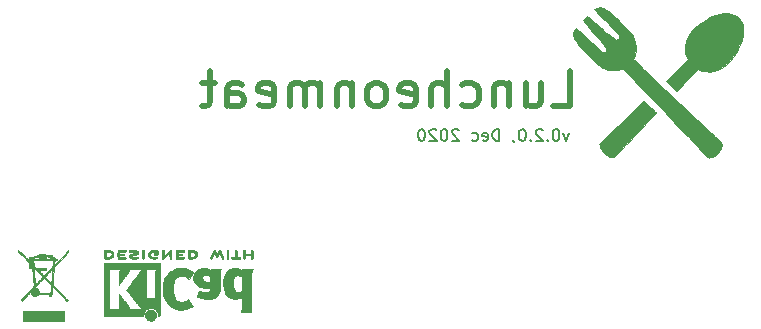
<source format=gbr>
%TF.GenerationSoftware,KiCad,Pcbnew,5.1.8-db9833491~88~ubuntu20.04.1*%
%TF.CreationDate,2020-12-22T13:23:35+00:00*%
%TF.ProjectId,luncheonmeat,6c756e63-6865-46f6-9e6d-6561742e6b69,rev?*%
%TF.SameCoordinates,Original*%
%TF.FileFunction,Legend,Bot*%
%TF.FilePolarity,Positive*%
%FSLAX46Y46*%
G04 Gerber Fmt 4.6, Leading zero omitted, Abs format (unit mm)*
G04 Created by KiCad (PCBNEW 5.1.8-db9833491~88~ubuntu20.04.1) date 2020-12-22 13:23:35*
%MOMM*%
%LPD*%
G01*
G04 APERTURE LIST*
%ADD10C,0.150000*%
%ADD11C,0.500000*%
%ADD12C,0.010000*%
G04 APERTURE END LIST*
D10*
X135124761Y-176275714D02*
X134886666Y-176942380D01*
X134648571Y-176275714D01*
X134077142Y-175942380D02*
X133981904Y-175942380D01*
X133886666Y-175990000D01*
X133839047Y-176037619D01*
X133791428Y-176132857D01*
X133743809Y-176323333D01*
X133743809Y-176561428D01*
X133791428Y-176751904D01*
X133839047Y-176847142D01*
X133886666Y-176894761D01*
X133981904Y-176942380D01*
X134077142Y-176942380D01*
X134172380Y-176894761D01*
X134220000Y-176847142D01*
X134267619Y-176751904D01*
X134315238Y-176561428D01*
X134315238Y-176323333D01*
X134267619Y-176132857D01*
X134220000Y-176037619D01*
X134172380Y-175990000D01*
X134077142Y-175942380D01*
X133315238Y-176847142D02*
X133267619Y-176894761D01*
X133315238Y-176942380D01*
X133362857Y-176894761D01*
X133315238Y-176847142D01*
X133315238Y-176942380D01*
X132886666Y-176037619D02*
X132839047Y-175990000D01*
X132743809Y-175942380D01*
X132505714Y-175942380D01*
X132410476Y-175990000D01*
X132362857Y-176037619D01*
X132315238Y-176132857D01*
X132315238Y-176228095D01*
X132362857Y-176370952D01*
X132934285Y-176942380D01*
X132315238Y-176942380D01*
X131886666Y-176847142D02*
X131839047Y-176894761D01*
X131886666Y-176942380D01*
X131934285Y-176894761D01*
X131886666Y-176847142D01*
X131886666Y-176942380D01*
X131220000Y-175942380D02*
X131124761Y-175942380D01*
X131029523Y-175990000D01*
X130981904Y-176037619D01*
X130934285Y-176132857D01*
X130886666Y-176323333D01*
X130886666Y-176561428D01*
X130934285Y-176751904D01*
X130981904Y-176847142D01*
X131029523Y-176894761D01*
X131124761Y-176942380D01*
X131220000Y-176942380D01*
X131315238Y-176894761D01*
X131362857Y-176847142D01*
X131410476Y-176751904D01*
X131458095Y-176561428D01*
X131458095Y-176323333D01*
X131410476Y-176132857D01*
X131362857Y-176037619D01*
X131315238Y-175990000D01*
X131220000Y-175942380D01*
X130410476Y-176894761D02*
X130410476Y-176942380D01*
X130458095Y-177037619D01*
X130505714Y-177085238D01*
X129220000Y-176942380D02*
X129220000Y-175942380D01*
X128981904Y-175942380D01*
X128839047Y-175990000D01*
X128743809Y-176085238D01*
X128696190Y-176180476D01*
X128648571Y-176370952D01*
X128648571Y-176513809D01*
X128696190Y-176704285D01*
X128743809Y-176799523D01*
X128839047Y-176894761D01*
X128981904Y-176942380D01*
X129220000Y-176942380D01*
X127839047Y-176894761D02*
X127934285Y-176942380D01*
X128124761Y-176942380D01*
X128220000Y-176894761D01*
X128267619Y-176799523D01*
X128267619Y-176418571D01*
X128220000Y-176323333D01*
X128124761Y-176275714D01*
X127934285Y-176275714D01*
X127839047Y-176323333D01*
X127791428Y-176418571D01*
X127791428Y-176513809D01*
X128267619Y-176609047D01*
X126934285Y-176894761D02*
X127029523Y-176942380D01*
X127220000Y-176942380D01*
X127315238Y-176894761D01*
X127362857Y-176847142D01*
X127410476Y-176751904D01*
X127410476Y-176466190D01*
X127362857Y-176370952D01*
X127315238Y-176323333D01*
X127220000Y-176275714D01*
X127029523Y-176275714D01*
X126934285Y-176323333D01*
X125791428Y-176037619D02*
X125743809Y-175990000D01*
X125648571Y-175942380D01*
X125410476Y-175942380D01*
X125315238Y-175990000D01*
X125267619Y-176037619D01*
X125220000Y-176132857D01*
X125220000Y-176228095D01*
X125267619Y-176370952D01*
X125839047Y-176942380D01*
X125220000Y-176942380D01*
X124600952Y-175942380D02*
X124505714Y-175942380D01*
X124410476Y-175990000D01*
X124362857Y-176037619D01*
X124315238Y-176132857D01*
X124267619Y-176323333D01*
X124267619Y-176561428D01*
X124315238Y-176751904D01*
X124362857Y-176847142D01*
X124410476Y-176894761D01*
X124505714Y-176942380D01*
X124600952Y-176942380D01*
X124696190Y-176894761D01*
X124743809Y-176847142D01*
X124791428Y-176751904D01*
X124839047Y-176561428D01*
X124839047Y-176323333D01*
X124791428Y-176132857D01*
X124743809Y-176037619D01*
X124696190Y-175990000D01*
X124600952Y-175942380D01*
X123886666Y-176037619D02*
X123839047Y-175990000D01*
X123743809Y-175942380D01*
X123505714Y-175942380D01*
X123410476Y-175990000D01*
X123362857Y-176037619D01*
X123315238Y-176132857D01*
X123315238Y-176228095D01*
X123362857Y-176370952D01*
X123934285Y-176942380D01*
X123315238Y-176942380D01*
X122696190Y-175942380D02*
X122600952Y-175942380D01*
X122505714Y-175990000D01*
X122458095Y-176037619D01*
X122410476Y-176132857D01*
X122362857Y-176323333D01*
X122362857Y-176561428D01*
X122410476Y-176751904D01*
X122458095Y-176847142D01*
X122505714Y-176894761D01*
X122600952Y-176942380D01*
X122696190Y-176942380D01*
X122791428Y-176894761D01*
X122839047Y-176847142D01*
X122886666Y-176751904D01*
X122934285Y-176561428D01*
X122934285Y-176323333D01*
X122886666Y-176132857D01*
X122839047Y-176037619D01*
X122791428Y-175990000D01*
X122696190Y-175942380D01*
D11*
X133758571Y-174037142D02*
X135187142Y-174037142D01*
X135187142Y-171037142D01*
X131472857Y-172037142D02*
X131472857Y-174037142D01*
X132758571Y-172037142D02*
X132758571Y-173608571D01*
X132615714Y-173894285D01*
X132330000Y-174037142D01*
X131901428Y-174037142D01*
X131615714Y-173894285D01*
X131472857Y-173751428D01*
X130044285Y-172037142D02*
X130044285Y-174037142D01*
X130044285Y-172322857D02*
X129901428Y-172180000D01*
X129615714Y-172037142D01*
X129187142Y-172037142D01*
X128901428Y-172180000D01*
X128758571Y-172465714D01*
X128758571Y-174037142D01*
X126044285Y-173894285D02*
X126330000Y-174037142D01*
X126901428Y-174037142D01*
X127187142Y-173894285D01*
X127330000Y-173751428D01*
X127472857Y-173465714D01*
X127472857Y-172608571D01*
X127330000Y-172322857D01*
X127187142Y-172180000D01*
X126901428Y-172037142D01*
X126330000Y-172037142D01*
X126044285Y-172180000D01*
X124758571Y-174037142D02*
X124758571Y-171037142D01*
X123472857Y-174037142D02*
X123472857Y-172465714D01*
X123615714Y-172180000D01*
X123901428Y-172037142D01*
X124330000Y-172037142D01*
X124615714Y-172180000D01*
X124758571Y-172322857D01*
X120901428Y-173894285D02*
X121187142Y-174037142D01*
X121758571Y-174037142D01*
X122044285Y-173894285D01*
X122187142Y-173608571D01*
X122187142Y-172465714D01*
X122044285Y-172180000D01*
X121758571Y-172037142D01*
X121187142Y-172037142D01*
X120901428Y-172180000D01*
X120758571Y-172465714D01*
X120758571Y-172751428D01*
X122187142Y-173037142D01*
X119044285Y-174037142D02*
X119330000Y-173894285D01*
X119472857Y-173751428D01*
X119615714Y-173465714D01*
X119615714Y-172608571D01*
X119472857Y-172322857D01*
X119330000Y-172180000D01*
X119044285Y-172037142D01*
X118615714Y-172037142D01*
X118330000Y-172180000D01*
X118187142Y-172322857D01*
X118044285Y-172608571D01*
X118044285Y-173465714D01*
X118187142Y-173751428D01*
X118330000Y-173894285D01*
X118615714Y-174037142D01*
X119044285Y-174037142D01*
X116758571Y-172037142D02*
X116758571Y-174037142D01*
X116758571Y-172322857D02*
X116615714Y-172180000D01*
X116330000Y-172037142D01*
X115901428Y-172037142D01*
X115615714Y-172180000D01*
X115472857Y-172465714D01*
X115472857Y-174037142D01*
X114044285Y-174037142D02*
X114044285Y-172037142D01*
X114044285Y-172322857D02*
X113901428Y-172180000D01*
X113615714Y-172037142D01*
X113187142Y-172037142D01*
X112901428Y-172180000D01*
X112758571Y-172465714D01*
X112758571Y-174037142D01*
X112758571Y-172465714D02*
X112615714Y-172180000D01*
X112330000Y-172037142D01*
X111901428Y-172037142D01*
X111615714Y-172180000D01*
X111472857Y-172465714D01*
X111472857Y-174037142D01*
X108901428Y-173894285D02*
X109187142Y-174037142D01*
X109758571Y-174037142D01*
X110044285Y-173894285D01*
X110187142Y-173608571D01*
X110187142Y-172465714D01*
X110044285Y-172180000D01*
X109758571Y-172037142D01*
X109187142Y-172037142D01*
X108901428Y-172180000D01*
X108758571Y-172465714D01*
X108758571Y-172751428D01*
X110187142Y-173037142D01*
X106187142Y-174037142D02*
X106187142Y-172465714D01*
X106330000Y-172180000D01*
X106615714Y-172037142D01*
X107187142Y-172037142D01*
X107472857Y-172180000D01*
X106187142Y-173894285D02*
X106472857Y-174037142D01*
X107187142Y-174037142D01*
X107472857Y-173894285D01*
X107615714Y-173608571D01*
X107615714Y-173322857D01*
X107472857Y-173037142D01*
X107187142Y-172894285D01*
X106472857Y-172894285D01*
X106187142Y-172751428D01*
X105187142Y-172037142D02*
X104044285Y-172037142D01*
X104758571Y-171037142D02*
X104758571Y-173608571D01*
X104615714Y-173894285D01*
X104330000Y-174037142D01*
X104044285Y-174037142D01*
D12*
%TO.C,REF\u002A\u002A*%
G36*
X108278823Y-186915467D02*
G01*
X108310202Y-186893224D01*
X108337911Y-186865515D01*
X108337911Y-186556080D01*
X108337838Y-186464201D01*
X108337495Y-186392160D01*
X108336692Y-186337220D01*
X108335241Y-186296640D01*
X108332952Y-186267683D01*
X108329636Y-186247609D01*
X108325105Y-186233679D01*
X108319169Y-186223155D01*
X108314514Y-186216900D01*
X108283783Y-186192327D01*
X108248496Y-186189659D01*
X108216245Y-186204729D01*
X108205588Y-186213626D01*
X108198464Y-186225443D01*
X108194167Y-186244474D01*
X108191991Y-186275008D01*
X108191228Y-186321338D01*
X108191155Y-186357129D01*
X108191155Y-186491955D01*
X107694444Y-186491955D01*
X107694444Y-186369300D01*
X107693931Y-186313213D01*
X107691876Y-186274667D01*
X107687508Y-186248639D01*
X107680056Y-186230103D01*
X107671047Y-186216900D01*
X107640144Y-186192396D01*
X107605196Y-186189494D01*
X107571738Y-186206911D01*
X107562604Y-186216041D01*
X107556152Y-186228145D01*
X107551897Y-186246999D01*
X107549352Y-186276380D01*
X107548029Y-186320063D01*
X107547443Y-186381825D01*
X107547375Y-186396000D01*
X107546891Y-186512369D01*
X107546641Y-186608273D01*
X107546723Y-186685823D01*
X107547231Y-186747131D01*
X107548262Y-186794310D01*
X107549913Y-186829470D01*
X107552279Y-186854724D01*
X107555457Y-186872183D01*
X107559544Y-186883959D01*
X107564634Y-186892165D01*
X107570266Y-186898355D01*
X107602128Y-186918156D01*
X107635357Y-186915467D01*
X107666735Y-186893224D01*
X107679433Y-186878874D01*
X107687526Y-186863022D01*
X107692042Y-186840446D01*
X107694006Y-186805922D01*
X107694444Y-186754224D01*
X107694444Y-186638711D01*
X108191155Y-186638711D01*
X108191155Y-186757244D01*
X108191662Y-186811852D01*
X108193698Y-186848725D01*
X108198035Y-186872693D01*
X108205447Y-186888585D01*
X108213733Y-186898355D01*
X108245594Y-186918156D01*
X108278823Y-186915467D01*
G37*
X108278823Y-186915467D02*
X108310202Y-186893224D01*
X108337911Y-186865515D01*
X108337911Y-186556080D01*
X108337838Y-186464201D01*
X108337495Y-186392160D01*
X108336692Y-186337220D01*
X108335241Y-186296640D01*
X108332952Y-186267683D01*
X108329636Y-186247609D01*
X108325105Y-186233679D01*
X108319169Y-186223155D01*
X108314514Y-186216900D01*
X108283783Y-186192327D01*
X108248496Y-186189659D01*
X108216245Y-186204729D01*
X108205588Y-186213626D01*
X108198464Y-186225443D01*
X108194167Y-186244474D01*
X108191991Y-186275008D01*
X108191228Y-186321338D01*
X108191155Y-186357129D01*
X108191155Y-186491955D01*
X107694444Y-186491955D01*
X107694444Y-186369300D01*
X107693931Y-186313213D01*
X107691876Y-186274667D01*
X107687508Y-186248639D01*
X107680056Y-186230103D01*
X107671047Y-186216900D01*
X107640144Y-186192396D01*
X107605196Y-186189494D01*
X107571738Y-186206911D01*
X107562604Y-186216041D01*
X107556152Y-186228145D01*
X107551897Y-186246999D01*
X107549352Y-186276380D01*
X107548029Y-186320063D01*
X107547443Y-186381825D01*
X107547375Y-186396000D01*
X107546891Y-186512369D01*
X107546641Y-186608273D01*
X107546723Y-186685823D01*
X107547231Y-186747131D01*
X107548262Y-186794310D01*
X107549913Y-186829470D01*
X107552279Y-186854724D01*
X107555457Y-186872183D01*
X107559544Y-186883959D01*
X107564634Y-186892165D01*
X107570266Y-186898355D01*
X107602128Y-186918156D01*
X107635357Y-186915467D01*
X107666735Y-186893224D01*
X107679433Y-186878874D01*
X107687526Y-186863022D01*
X107692042Y-186840446D01*
X107694006Y-186805922D01*
X107694444Y-186754224D01*
X107694444Y-186638711D01*
X108191155Y-186638711D01*
X108191155Y-186757244D01*
X108191662Y-186811852D01*
X108193698Y-186848725D01*
X108198035Y-186872693D01*
X108205447Y-186888585D01*
X108213733Y-186898355D01*
X108245594Y-186918156D01*
X108278823Y-186915467D01*
G36*
X107013065Y-186920837D02*
G01*
X107091772Y-186920458D01*
X107152863Y-186919667D01*
X107198817Y-186918330D01*
X107232114Y-186916317D01*
X107255236Y-186913494D01*
X107270662Y-186909731D01*
X107280871Y-186904895D01*
X107285813Y-186901178D01*
X107311457Y-186868642D01*
X107314559Y-186834862D01*
X107298711Y-186804174D01*
X107288348Y-186791911D01*
X107277196Y-186783550D01*
X107261035Y-186778343D01*
X107235642Y-186775543D01*
X107196798Y-186774404D01*
X107140280Y-186774179D01*
X107129180Y-186774178D01*
X106983244Y-186774178D01*
X106983244Y-186503244D01*
X106983148Y-186417846D01*
X106982711Y-186352136D01*
X106981712Y-186303226D01*
X106979928Y-186268227D01*
X106977137Y-186244251D01*
X106973117Y-186228407D01*
X106967645Y-186217809D01*
X106960666Y-186209733D01*
X106927734Y-186189888D01*
X106893354Y-186191452D01*
X106862176Y-186214094D01*
X106859886Y-186216900D01*
X106852429Y-186227508D01*
X106846747Y-186239919D01*
X106842601Y-186257150D01*
X106839750Y-186282216D01*
X106837954Y-186318133D01*
X106836972Y-186367917D01*
X106836564Y-186434583D01*
X106836489Y-186510411D01*
X106836489Y-186774178D01*
X106697127Y-186774178D01*
X106637322Y-186774582D01*
X106595918Y-186776160D01*
X106568748Y-186779453D01*
X106551646Y-186785008D01*
X106540443Y-186793369D01*
X106539083Y-186794822D01*
X106522725Y-186828061D01*
X106524172Y-186865638D01*
X106542978Y-186898355D01*
X106550250Y-186904702D01*
X106559627Y-186909734D01*
X106573609Y-186913604D01*
X106594696Y-186916463D01*
X106625389Y-186918465D01*
X106668189Y-186919761D01*
X106725595Y-186920502D01*
X106800110Y-186920842D01*
X106894233Y-186920932D01*
X106914260Y-186920933D01*
X107013065Y-186920837D01*
G37*
X107013065Y-186920837D02*
X107091772Y-186920458D01*
X107152863Y-186919667D01*
X107198817Y-186918330D01*
X107232114Y-186916317D01*
X107255236Y-186913494D01*
X107270662Y-186909731D01*
X107280871Y-186904895D01*
X107285813Y-186901178D01*
X107311457Y-186868642D01*
X107314559Y-186834862D01*
X107298711Y-186804174D01*
X107288348Y-186791911D01*
X107277196Y-186783550D01*
X107261035Y-186778343D01*
X107235642Y-186775543D01*
X107196798Y-186774404D01*
X107140280Y-186774179D01*
X107129180Y-186774178D01*
X106983244Y-186774178D01*
X106983244Y-186503244D01*
X106983148Y-186417846D01*
X106982711Y-186352136D01*
X106981712Y-186303226D01*
X106979928Y-186268227D01*
X106977137Y-186244251D01*
X106973117Y-186228407D01*
X106967645Y-186217809D01*
X106960666Y-186209733D01*
X106927734Y-186189888D01*
X106893354Y-186191452D01*
X106862176Y-186214094D01*
X106859886Y-186216900D01*
X106852429Y-186227508D01*
X106846747Y-186239919D01*
X106842601Y-186257150D01*
X106839750Y-186282216D01*
X106837954Y-186318133D01*
X106836972Y-186367917D01*
X106836564Y-186434583D01*
X106836489Y-186510411D01*
X106836489Y-186774178D01*
X106697127Y-186774178D01*
X106637322Y-186774582D01*
X106595918Y-186776160D01*
X106568748Y-186779453D01*
X106551646Y-186785008D01*
X106540443Y-186793369D01*
X106539083Y-186794822D01*
X106522725Y-186828061D01*
X106524172Y-186865638D01*
X106542978Y-186898355D01*
X106550250Y-186904702D01*
X106559627Y-186909734D01*
X106573609Y-186913604D01*
X106594696Y-186916463D01*
X106625389Y-186918465D01*
X106668189Y-186919761D01*
X106725595Y-186920502D01*
X106800110Y-186920842D01*
X106894233Y-186920932D01*
X106914260Y-186920933D01*
X107013065Y-186920837D01*
G36*
X106238614Y-186914123D02*
G01*
X106262327Y-186899353D01*
X106288978Y-186877773D01*
X106288978Y-186556227D01*
X106288893Y-186462170D01*
X106288529Y-186388068D01*
X106287724Y-186331296D01*
X106286313Y-186289232D01*
X106284133Y-186259252D01*
X106281021Y-186238733D01*
X106276814Y-186225051D01*
X106271348Y-186215584D01*
X106267472Y-186210918D01*
X106236034Y-186190425D01*
X106200233Y-186191261D01*
X106168873Y-186208736D01*
X106142222Y-186230316D01*
X106142222Y-186877773D01*
X106168873Y-186899353D01*
X106194594Y-186915051D01*
X106215600Y-186920933D01*
X106238614Y-186914123D01*
G37*
X106238614Y-186914123D02*
X106262327Y-186899353D01*
X106288978Y-186877773D01*
X106288978Y-186556227D01*
X106288893Y-186462170D01*
X106288529Y-186388068D01*
X106287724Y-186331296D01*
X106286313Y-186289232D01*
X106284133Y-186259252D01*
X106281021Y-186238733D01*
X106276814Y-186225051D01*
X106271348Y-186215584D01*
X106267472Y-186210918D01*
X106236034Y-186190425D01*
X106200233Y-186191261D01*
X106168873Y-186208736D01*
X106142222Y-186230316D01*
X106142222Y-186877773D01*
X106168873Y-186899353D01*
X106194594Y-186915051D01*
X106215600Y-186920933D01*
X106238614Y-186914123D01*
G36*
X105794665Y-186918966D02*
G01*
X105814255Y-186911965D01*
X105815010Y-186911623D01*
X105841613Y-186891322D01*
X105856270Y-186870439D01*
X105859138Y-186860648D01*
X105858996Y-186847639D01*
X105854961Y-186829105D01*
X105846146Y-186802743D01*
X105831669Y-186766248D01*
X105810645Y-186717313D01*
X105782188Y-186653635D01*
X105745415Y-186572907D01*
X105725175Y-186528784D01*
X105688625Y-186450015D01*
X105654315Y-186377577D01*
X105623552Y-186314120D01*
X105597648Y-186262292D01*
X105577910Y-186224741D01*
X105565650Y-186204116D01*
X105563224Y-186201267D01*
X105532183Y-186188698D01*
X105497121Y-186190381D01*
X105469000Y-186205668D01*
X105467854Y-186206911D01*
X105456668Y-186223846D01*
X105437904Y-186256830D01*
X105413875Y-186301620D01*
X105386897Y-186353968D01*
X105377201Y-186373258D01*
X105304014Y-186519850D01*
X105224240Y-186360607D01*
X105195767Y-186305585D01*
X105169350Y-186257868D01*
X105147148Y-186221107D01*
X105131319Y-186198956D01*
X105125954Y-186194259D01*
X105084257Y-186187898D01*
X105049849Y-186201267D01*
X105039728Y-186215554D01*
X105022214Y-186247308D01*
X104998735Y-186293403D01*
X104970720Y-186350715D01*
X104939599Y-186416120D01*
X104906799Y-186486493D01*
X104873750Y-186558709D01*
X104841881Y-186629645D01*
X104812619Y-186696175D01*
X104787395Y-186755174D01*
X104767636Y-186803519D01*
X104754772Y-186838085D01*
X104750231Y-186855747D01*
X104750277Y-186856387D01*
X104761326Y-186878612D01*
X104783410Y-186901247D01*
X104784710Y-186902232D01*
X104811853Y-186917575D01*
X104836958Y-186917426D01*
X104846368Y-186914534D01*
X104857834Y-186908282D01*
X104870010Y-186895986D01*
X104884357Y-186875092D01*
X104902336Y-186843051D01*
X104925407Y-186797312D01*
X104955030Y-186735323D01*
X104981745Y-186678102D01*
X105012480Y-186611774D01*
X105040021Y-186552126D01*
X105062938Y-186502275D01*
X105079798Y-186465336D01*
X105089173Y-186444427D01*
X105090540Y-186441155D01*
X105096689Y-186446503D01*
X105110822Y-186468891D01*
X105131057Y-186505054D01*
X105155515Y-186551723D01*
X105165248Y-186570978D01*
X105198217Y-186635996D01*
X105223643Y-186683346D01*
X105243612Y-186715781D01*
X105260210Y-186736054D01*
X105275524Y-186746918D01*
X105291640Y-186751125D01*
X105302143Y-186751600D01*
X105320670Y-186749958D01*
X105336904Y-186743169D01*
X105353035Y-186728434D01*
X105371251Y-186702956D01*
X105393739Y-186663939D01*
X105422689Y-186608586D01*
X105438662Y-186577097D01*
X105464570Y-186526913D01*
X105487167Y-186485296D01*
X105504458Y-186455758D01*
X105514450Y-186441811D01*
X105515809Y-186441230D01*
X105522261Y-186452207D01*
X105536708Y-186480710D01*
X105557703Y-186523756D01*
X105583797Y-186578362D01*
X105613546Y-186641546D01*
X105628180Y-186672929D01*
X105666250Y-186753922D01*
X105696905Y-186816244D01*
X105721737Y-186861929D01*
X105742337Y-186893011D01*
X105760298Y-186911522D01*
X105777210Y-186919496D01*
X105794665Y-186918966D01*
G37*
X105794665Y-186918966D02*
X105814255Y-186911965D01*
X105815010Y-186911623D01*
X105841613Y-186891322D01*
X105856270Y-186870439D01*
X105859138Y-186860648D01*
X105858996Y-186847639D01*
X105854961Y-186829105D01*
X105846146Y-186802743D01*
X105831669Y-186766248D01*
X105810645Y-186717313D01*
X105782188Y-186653635D01*
X105745415Y-186572907D01*
X105725175Y-186528784D01*
X105688625Y-186450015D01*
X105654315Y-186377577D01*
X105623552Y-186314120D01*
X105597648Y-186262292D01*
X105577910Y-186224741D01*
X105565650Y-186204116D01*
X105563224Y-186201267D01*
X105532183Y-186188698D01*
X105497121Y-186190381D01*
X105469000Y-186205668D01*
X105467854Y-186206911D01*
X105456668Y-186223846D01*
X105437904Y-186256830D01*
X105413875Y-186301620D01*
X105386897Y-186353968D01*
X105377201Y-186373258D01*
X105304014Y-186519850D01*
X105224240Y-186360607D01*
X105195767Y-186305585D01*
X105169350Y-186257868D01*
X105147148Y-186221107D01*
X105131319Y-186198956D01*
X105125954Y-186194259D01*
X105084257Y-186187898D01*
X105049849Y-186201267D01*
X105039728Y-186215554D01*
X105022214Y-186247308D01*
X104998735Y-186293403D01*
X104970720Y-186350715D01*
X104939599Y-186416120D01*
X104906799Y-186486493D01*
X104873750Y-186558709D01*
X104841881Y-186629645D01*
X104812619Y-186696175D01*
X104787395Y-186755174D01*
X104767636Y-186803519D01*
X104754772Y-186838085D01*
X104750231Y-186855747D01*
X104750277Y-186856387D01*
X104761326Y-186878612D01*
X104783410Y-186901247D01*
X104784710Y-186902232D01*
X104811853Y-186917575D01*
X104836958Y-186917426D01*
X104846368Y-186914534D01*
X104857834Y-186908282D01*
X104870010Y-186895986D01*
X104884357Y-186875092D01*
X104902336Y-186843051D01*
X104925407Y-186797312D01*
X104955030Y-186735323D01*
X104981745Y-186678102D01*
X105012480Y-186611774D01*
X105040021Y-186552126D01*
X105062938Y-186502275D01*
X105079798Y-186465336D01*
X105089173Y-186444427D01*
X105090540Y-186441155D01*
X105096689Y-186446503D01*
X105110822Y-186468891D01*
X105131057Y-186505054D01*
X105155515Y-186551723D01*
X105165248Y-186570978D01*
X105198217Y-186635996D01*
X105223643Y-186683346D01*
X105243612Y-186715781D01*
X105260210Y-186736054D01*
X105275524Y-186746918D01*
X105291640Y-186751125D01*
X105302143Y-186751600D01*
X105320670Y-186749958D01*
X105336904Y-186743169D01*
X105353035Y-186728434D01*
X105371251Y-186702956D01*
X105393739Y-186663939D01*
X105422689Y-186608586D01*
X105438662Y-186577097D01*
X105464570Y-186526913D01*
X105487167Y-186485296D01*
X105504458Y-186455758D01*
X105514450Y-186441811D01*
X105515809Y-186441230D01*
X105522261Y-186452207D01*
X105536708Y-186480710D01*
X105557703Y-186523756D01*
X105583797Y-186578362D01*
X105613546Y-186641546D01*
X105628180Y-186672929D01*
X105666250Y-186753922D01*
X105696905Y-186816244D01*
X105721737Y-186861929D01*
X105742337Y-186893011D01*
X105760298Y-186911522D01*
X105777210Y-186919496D01*
X105794665Y-186918966D01*
G36*
X103068309Y-186920725D02*
G01*
X103197288Y-186916364D01*
X103306991Y-186903139D01*
X103399226Y-186880259D01*
X103475802Y-186846930D01*
X103538527Y-186802362D01*
X103589212Y-186745764D01*
X103629663Y-186676342D01*
X103630459Y-186674649D01*
X103654601Y-186612517D01*
X103663203Y-186557491D01*
X103656231Y-186502113D01*
X103633654Y-186438927D01*
X103629372Y-186429311D01*
X103600172Y-186373034D01*
X103567356Y-186329549D01*
X103525002Y-186292583D01*
X103467190Y-186255865D01*
X103463831Y-186253948D01*
X103413504Y-186229773D01*
X103356621Y-186211718D01*
X103289527Y-186199161D01*
X103208565Y-186191478D01*
X103110082Y-186188047D01*
X103075286Y-186187749D01*
X102909594Y-186187155D01*
X102886197Y-186216900D01*
X102879257Y-186226681D01*
X102873842Y-186238103D01*
X102869765Y-186253905D01*
X102866837Y-186276825D01*
X102864867Y-186309604D01*
X102864225Y-186333911D01*
X103020844Y-186333911D01*
X103114726Y-186333911D01*
X103169664Y-186335517D01*
X103226060Y-186339745D01*
X103272345Y-186345708D01*
X103275139Y-186346210D01*
X103357348Y-186368264D01*
X103421114Y-186401400D01*
X103468452Y-186447153D01*
X103501382Y-186507061D01*
X103507108Y-186522939D01*
X103512721Y-186547667D01*
X103510291Y-186572098D01*
X103498467Y-186604600D01*
X103491340Y-186620566D01*
X103468000Y-186662994D01*
X103439880Y-186692760D01*
X103408940Y-186713489D01*
X103346966Y-186740463D01*
X103267651Y-186760002D01*
X103175253Y-186771254D01*
X103108333Y-186773730D01*
X103020844Y-186774178D01*
X103020844Y-186333911D01*
X102864225Y-186333911D01*
X102863668Y-186354979D01*
X102863050Y-186415689D01*
X102862825Y-186494474D01*
X102862800Y-186556080D01*
X102862800Y-186865515D01*
X102890509Y-186893224D01*
X102902806Y-186904456D01*
X102916103Y-186912147D01*
X102934672Y-186916960D01*
X102962786Y-186919554D01*
X103004717Y-186920590D01*
X103064737Y-186920730D01*
X103068309Y-186920725D01*
G37*
X103068309Y-186920725D02*
X103197288Y-186916364D01*
X103306991Y-186903139D01*
X103399226Y-186880259D01*
X103475802Y-186846930D01*
X103538527Y-186802362D01*
X103589212Y-186745764D01*
X103629663Y-186676342D01*
X103630459Y-186674649D01*
X103654601Y-186612517D01*
X103663203Y-186557491D01*
X103656231Y-186502113D01*
X103633654Y-186438927D01*
X103629372Y-186429311D01*
X103600172Y-186373034D01*
X103567356Y-186329549D01*
X103525002Y-186292583D01*
X103467190Y-186255865D01*
X103463831Y-186253948D01*
X103413504Y-186229773D01*
X103356621Y-186211718D01*
X103289527Y-186199161D01*
X103208565Y-186191478D01*
X103110082Y-186188047D01*
X103075286Y-186187749D01*
X102909594Y-186187155D01*
X102886197Y-186216900D01*
X102879257Y-186226681D01*
X102873842Y-186238103D01*
X102869765Y-186253905D01*
X102866837Y-186276825D01*
X102864867Y-186309604D01*
X102864225Y-186333911D01*
X103020844Y-186333911D01*
X103114726Y-186333911D01*
X103169664Y-186335517D01*
X103226060Y-186339745D01*
X103272345Y-186345708D01*
X103275139Y-186346210D01*
X103357348Y-186368264D01*
X103421114Y-186401400D01*
X103468452Y-186447153D01*
X103501382Y-186507061D01*
X103507108Y-186522939D01*
X103512721Y-186547667D01*
X103510291Y-186572098D01*
X103498467Y-186604600D01*
X103491340Y-186620566D01*
X103468000Y-186662994D01*
X103439880Y-186692760D01*
X103408940Y-186713489D01*
X103346966Y-186740463D01*
X103267651Y-186760002D01*
X103175253Y-186771254D01*
X103108333Y-186773730D01*
X103020844Y-186774178D01*
X103020844Y-186333911D01*
X102864225Y-186333911D01*
X102863668Y-186354979D01*
X102863050Y-186415689D01*
X102862825Y-186494474D01*
X102862800Y-186556080D01*
X102862800Y-186865515D01*
X102890509Y-186893224D01*
X102902806Y-186904456D01*
X102916103Y-186912147D01*
X102934672Y-186916960D01*
X102962786Y-186919554D01*
X103004717Y-186920590D01*
X103064737Y-186920730D01*
X103068309Y-186920725D01*
G36*
X102280343Y-186920740D02*
G01*
X102356701Y-186919826D01*
X102415217Y-186917689D01*
X102458255Y-186913825D01*
X102488183Y-186907733D01*
X102507368Y-186898910D01*
X102518176Y-186886854D01*
X102522973Y-186871061D01*
X102524127Y-186851030D01*
X102524133Y-186848665D01*
X102523131Y-186826008D01*
X102518396Y-186808497D01*
X102507333Y-186795426D01*
X102487348Y-186786087D01*
X102455846Y-186779773D01*
X102410232Y-186775778D01*
X102347913Y-186773394D01*
X102266293Y-186771914D01*
X102241277Y-186771586D01*
X101999200Y-186768533D01*
X101995814Y-186703622D01*
X101992429Y-186638711D01*
X102160576Y-186638711D01*
X102226266Y-186638469D01*
X102273172Y-186637444D01*
X102305083Y-186635189D01*
X102325791Y-186631258D01*
X102339084Y-186625202D01*
X102348755Y-186616576D01*
X102348817Y-186616507D01*
X102366356Y-186582888D01*
X102365722Y-186546552D01*
X102347314Y-186515577D01*
X102343671Y-186512393D01*
X102330741Y-186504188D01*
X102313024Y-186498479D01*
X102286570Y-186494838D01*
X102247432Y-186492833D01*
X102191662Y-186492036D01*
X102155994Y-186491955D01*
X101993555Y-186491955D01*
X101993555Y-186333911D01*
X102240161Y-186333911D01*
X102321580Y-186333769D01*
X102383410Y-186333186D01*
X102428637Y-186331932D01*
X102460248Y-186329773D01*
X102481231Y-186326477D01*
X102494573Y-186321811D01*
X102503261Y-186315543D01*
X102505450Y-186313267D01*
X102521614Y-186281720D01*
X102522797Y-186245832D01*
X102509536Y-186214715D01*
X102499043Y-186204729D01*
X102488129Y-186199231D01*
X102471217Y-186194978D01*
X102445633Y-186191820D01*
X102408701Y-186189608D01*
X102357746Y-186188194D01*
X102290094Y-186187428D01*
X102203069Y-186187162D01*
X102183394Y-186187155D01*
X102094911Y-186187213D01*
X102026227Y-186187533D01*
X101974564Y-186188333D01*
X101937145Y-186189833D01*
X101911190Y-186192251D01*
X101893922Y-186195806D01*
X101882562Y-186200718D01*
X101874332Y-186207205D01*
X101869817Y-186211862D01*
X101863021Y-186220111D01*
X101857712Y-186230331D01*
X101853706Y-186245200D01*
X101850821Y-186267398D01*
X101848874Y-186299607D01*
X101847681Y-186344504D01*
X101847061Y-186404772D01*
X101846829Y-186483089D01*
X101846800Y-186549006D01*
X101846871Y-186641372D01*
X101847208Y-186713883D01*
X101847998Y-186769263D01*
X101849426Y-186810235D01*
X101851679Y-186839522D01*
X101854943Y-186859847D01*
X101859404Y-186873934D01*
X101865248Y-186884505D01*
X101870197Y-186891189D01*
X101893594Y-186920933D01*
X102183774Y-186920933D01*
X102280343Y-186920740D01*
G37*
X102280343Y-186920740D02*
X102356701Y-186919826D01*
X102415217Y-186917689D01*
X102458255Y-186913825D01*
X102488183Y-186907733D01*
X102507368Y-186898910D01*
X102518176Y-186886854D01*
X102522973Y-186871061D01*
X102524127Y-186851030D01*
X102524133Y-186848665D01*
X102523131Y-186826008D01*
X102518396Y-186808497D01*
X102507333Y-186795426D01*
X102487348Y-186786087D01*
X102455846Y-186779773D01*
X102410232Y-186775778D01*
X102347913Y-186773394D01*
X102266293Y-186771914D01*
X102241277Y-186771586D01*
X101999200Y-186768533D01*
X101995814Y-186703622D01*
X101992429Y-186638711D01*
X102160576Y-186638711D01*
X102226266Y-186638469D01*
X102273172Y-186637444D01*
X102305083Y-186635189D01*
X102325791Y-186631258D01*
X102339084Y-186625202D01*
X102348755Y-186616576D01*
X102348817Y-186616507D01*
X102366356Y-186582888D01*
X102365722Y-186546552D01*
X102347314Y-186515577D01*
X102343671Y-186512393D01*
X102330741Y-186504188D01*
X102313024Y-186498479D01*
X102286570Y-186494838D01*
X102247432Y-186492833D01*
X102191662Y-186492036D01*
X102155994Y-186491955D01*
X101993555Y-186491955D01*
X101993555Y-186333911D01*
X102240161Y-186333911D01*
X102321580Y-186333769D01*
X102383410Y-186333186D01*
X102428637Y-186331932D01*
X102460248Y-186329773D01*
X102481231Y-186326477D01*
X102494573Y-186321811D01*
X102503261Y-186315543D01*
X102505450Y-186313267D01*
X102521614Y-186281720D01*
X102522797Y-186245832D01*
X102509536Y-186214715D01*
X102499043Y-186204729D01*
X102488129Y-186199231D01*
X102471217Y-186194978D01*
X102445633Y-186191820D01*
X102408701Y-186189608D01*
X102357746Y-186188194D01*
X102290094Y-186187428D01*
X102203069Y-186187162D01*
X102183394Y-186187155D01*
X102094911Y-186187213D01*
X102026227Y-186187533D01*
X101974564Y-186188333D01*
X101937145Y-186189833D01*
X101911190Y-186192251D01*
X101893922Y-186195806D01*
X101882562Y-186200718D01*
X101874332Y-186207205D01*
X101869817Y-186211862D01*
X101863021Y-186220111D01*
X101857712Y-186230331D01*
X101853706Y-186245200D01*
X101850821Y-186267398D01*
X101848874Y-186299607D01*
X101847681Y-186344504D01*
X101847061Y-186404772D01*
X101846829Y-186483089D01*
X101846800Y-186549006D01*
X101846871Y-186641372D01*
X101847208Y-186713883D01*
X101847998Y-186769263D01*
X101849426Y-186810235D01*
X101851679Y-186839522D01*
X101854943Y-186859847D01*
X101859404Y-186873934D01*
X101865248Y-186884505D01*
X101870197Y-186891189D01*
X101893594Y-186920933D01*
X102183774Y-186920933D01*
X102280343Y-186920740D01*
G36*
X100749886Y-186916552D02*
G01*
X100773452Y-186902727D01*
X100804265Y-186880119D01*
X100843922Y-186847662D01*
X100894020Y-186804292D01*
X100956157Y-186748942D01*
X101031928Y-186680549D01*
X101118666Y-186601916D01*
X101299289Y-186438122D01*
X101304933Y-186657971D01*
X101306971Y-186733649D01*
X101308937Y-186790006D01*
X101311266Y-186830294D01*
X101314394Y-186857765D01*
X101318755Y-186875671D01*
X101324784Y-186887263D01*
X101332916Y-186895792D01*
X101337228Y-186899377D01*
X101371759Y-186918330D01*
X101404617Y-186915559D01*
X101430682Y-186899367D01*
X101457333Y-186877801D01*
X101460648Y-186562849D01*
X101461565Y-186470221D01*
X101462032Y-186397456D01*
X101461887Y-186341839D01*
X101460968Y-186300658D01*
X101459113Y-186271197D01*
X101456161Y-186250745D01*
X101451950Y-186236587D01*
X101446318Y-186226009D01*
X101440073Y-186217526D01*
X101426561Y-186201793D01*
X101413117Y-186191364D01*
X101397876Y-186187361D01*
X101378974Y-186190906D01*
X101354545Y-186203121D01*
X101322727Y-186225129D01*
X101281652Y-186258051D01*
X101229458Y-186303009D01*
X101164278Y-186361125D01*
X101090444Y-186427901D01*
X100825155Y-186668542D01*
X100819511Y-186449411D01*
X100817469Y-186373872D01*
X100815498Y-186317646D01*
X100813161Y-186277476D01*
X100810019Y-186250104D01*
X100805636Y-186232272D01*
X100799576Y-186220721D01*
X100791400Y-186212193D01*
X100787216Y-186208718D01*
X100750235Y-186189628D01*
X100715292Y-186192507D01*
X100684864Y-186216900D01*
X100677903Y-186226714D01*
X100672477Y-186238174D01*
X100668397Y-186254032D01*
X100665471Y-186277037D01*
X100663508Y-186309938D01*
X100662317Y-186355484D01*
X100661708Y-186416427D01*
X100661489Y-186495514D01*
X100661466Y-186554044D01*
X100661540Y-186645593D01*
X100661887Y-186717313D01*
X100662699Y-186771955D01*
X100664167Y-186812268D01*
X100666481Y-186841002D01*
X100669833Y-186860907D01*
X100674412Y-186874732D01*
X100680411Y-186885228D01*
X100684864Y-186891189D01*
X100696150Y-186905309D01*
X100706699Y-186915971D01*
X100718107Y-186922108D01*
X100731970Y-186922657D01*
X100749886Y-186916552D01*
G37*
X100749886Y-186916552D02*
X100773452Y-186902727D01*
X100804265Y-186880119D01*
X100843922Y-186847662D01*
X100894020Y-186804292D01*
X100956157Y-186748942D01*
X101031928Y-186680549D01*
X101118666Y-186601916D01*
X101299289Y-186438122D01*
X101304933Y-186657971D01*
X101306971Y-186733649D01*
X101308937Y-186790006D01*
X101311266Y-186830294D01*
X101314394Y-186857765D01*
X101318755Y-186875671D01*
X101324784Y-186887263D01*
X101332916Y-186895792D01*
X101337228Y-186899377D01*
X101371759Y-186918330D01*
X101404617Y-186915559D01*
X101430682Y-186899367D01*
X101457333Y-186877801D01*
X101460648Y-186562849D01*
X101461565Y-186470221D01*
X101462032Y-186397456D01*
X101461887Y-186341839D01*
X101460968Y-186300658D01*
X101459113Y-186271197D01*
X101456161Y-186250745D01*
X101451950Y-186236587D01*
X101446318Y-186226009D01*
X101440073Y-186217526D01*
X101426561Y-186201793D01*
X101413117Y-186191364D01*
X101397876Y-186187361D01*
X101378974Y-186190906D01*
X101354545Y-186203121D01*
X101322727Y-186225129D01*
X101281652Y-186258051D01*
X101229458Y-186303009D01*
X101164278Y-186361125D01*
X101090444Y-186427901D01*
X100825155Y-186668542D01*
X100819511Y-186449411D01*
X100817469Y-186373872D01*
X100815498Y-186317646D01*
X100813161Y-186277476D01*
X100810019Y-186250104D01*
X100805636Y-186232272D01*
X100799576Y-186220721D01*
X100791400Y-186212193D01*
X100787216Y-186208718D01*
X100750235Y-186189628D01*
X100715292Y-186192507D01*
X100684864Y-186216900D01*
X100677903Y-186226714D01*
X100672477Y-186238174D01*
X100668397Y-186254032D01*
X100665471Y-186277037D01*
X100663508Y-186309938D01*
X100662317Y-186355484D01*
X100661708Y-186416427D01*
X100661489Y-186495514D01*
X100661466Y-186554044D01*
X100661540Y-186645593D01*
X100661887Y-186717313D01*
X100662699Y-186771955D01*
X100664167Y-186812268D01*
X100666481Y-186841002D01*
X100669833Y-186860907D01*
X100674412Y-186874732D01*
X100680411Y-186885228D01*
X100684864Y-186891189D01*
X100696150Y-186905309D01*
X100706699Y-186915971D01*
X100718107Y-186922108D01*
X100731970Y-186922657D01*
X100749886Y-186916552D01*
G36*
X100099919Y-186915401D02*
G01*
X100168435Y-186903905D01*
X100221057Y-186886033D01*
X100255292Y-186862501D01*
X100264621Y-186849076D01*
X100274107Y-186817852D01*
X100267723Y-186789605D01*
X100247570Y-186762818D01*
X100216255Y-186750287D01*
X100170817Y-186751304D01*
X100135674Y-186758094D01*
X100057581Y-186771029D01*
X99977774Y-186772258D01*
X99888445Y-186761759D01*
X99863771Y-186757310D01*
X99780709Y-186733892D01*
X99715727Y-186699055D01*
X99669539Y-186653396D01*
X99642855Y-186597506D01*
X99637337Y-186568612D01*
X99640949Y-186509988D01*
X99664271Y-186458121D01*
X99705176Y-186414022D01*
X99761541Y-186378701D01*
X99831240Y-186353171D01*
X99912148Y-186338441D01*
X100002140Y-186335522D01*
X100099090Y-186345425D01*
X100104564Y-186346359D01*
X100143125Y-186353541D01*
X100164506Y-186360479D01*
X100173773Y-186370773D01*
X100175994Y-186388024D01*
X100176044Y-186397159D01*
X100176044Y-186435511D01*
X100107569Y-186435511D01*
X100047100Y-186439653D01*
X100005835Y-186452853D01*
X99981825Y-186476270D01*
X99973123Y-186511064D01*
X99973017Y-186515606D01*
X99978108Y-186545346D01*
X99995567Y-186566581D01*
X100028061Y-186580634D01*
X100078257Y-186588827D01*
X100126877Y-186591839D01*
X100197544Y-186593567D01*
X100248802Y-186590930D01*
X100283761Y-186581200D01*
X100305530Y-186561647D01*
X100317220Y-186529544D01*
X100321940Y-186482162D01*
X100322800Y-186419929D01*
X100321391Y-186350465D01*
X100317152Y-186303214D01*
X100310064Y-186277988D01*
X100308689Y-186276012D01*
X100269772Y-186244492D01*
X100212714Y-186219530D01*
X100141131Y-186201660D01*
X100058642Y-186191414D01*
X99968861Y-186189327D01*
X99875408Y-186195932D01*
X99820444Y-186204044D01*
X99734234Y-186228446D01*
X99654108Y-186268338D01*
X99587023Y-186320113D01*
X99576827Y-186330461D01*
X99543698Y-186373965D01*
X99513806Y-186427882D01*
X99490643Y-186484408D01*
X99477702Y-186535741D01*
X99476142Y-186555456D01*
X99482782Y-186596581D01*
X99500432Y-186647748D01*
X99525703Y-186701606D01*
X99555211Y-186750805D01*
X99581281Y-186783666D01*
X99642235Y-186832548D01*
X99721031Y-186871455D01*
X99814843Y-186899506D01*
X99920850Y-186915821D01*
X100018000Y-186919808D01*
X100099919Y-186915401D01*
G37*
X100099919Y-186915401D02*
X100168435Y-186903905D01*
X100221057Y-186886033D01*
X100255292Y-186862501D01*
X100264621Y-186849076D01*
X100274107Y-186817852D01*
X100267723Y-186789605D01*
X100247570Y-186762818D01*
X100216255Y-186750287D01*
X100170817Y-186751304D01*
X100135674Y-186758094D01*
X100057581Y-186771029D01*
X99977774Y-186772258D01*
X99888445Y-186761759D01*
X99863771Y-186757310D01*
X99780709Y-186733892D01*
X99715727Y-186699055D01*
X99669539Y-186653396D01*
X99642855Y-186597506D01*
X99637337Y-186568612D01*
X99640949Y-186509988D01*
X99664271Y-186458121D01*
X99705176Y-186414022D01*
X99761541Y-186378701D01*
X99831240Y-186353171D01*
X99912148Y-186338441D01*
X100002140Y-186335522D01*
X100099090Y-186345425D01*
X100104564Y-186346359D01*
X100143125Y-186353541D01*
X100164506Y-186360479D01*
X100173773Y-186370773D01*
X100175994Y-186388024D01*
X100176044Y-186397159D01*
X100176044Y-186435511D01*
X100107569Y-186435511D01*
X100047100Y-186439653D01*
X100005835Y-186452853D01*
X99981825Y-186476270D01*
X99973123Y-186511064D01*
X99973017Y-186515606D01*
X99978108Y-186545346D01*
X99995567Y-186566581D01*
X100028061Y-186580634D01*
X100078257Y-186588827D01*
X100126877Y-186591839D01*
X100197544Y-186593567D01*
X100248802Y-186590930D01*
X100283761Y-186581200D01*
X100305530Y-186561647D01*
X100317220Y-186529544D01*
X100321940Y-186482162D01*
X100322800Y-186419929D01*
X100321391Y-186350465D01*
X100317152Y-186303214D01*
X100310064Y-186277988D01*
X100308689Y-186276012D01*
X100269772Y-186244492D01*
X100212714Y-186219530D01*
X100141131Y-186201660D01*
X100058642Y-186191414D01*
X99968861Y-186189327D01*
X99875408Y-186195932D01*
X99820444Y-186204044D01*
X99734234Y-186228446D01*
X99654108Y-186268338D01*
X99587023Y-186320113D01*
X99576827Y-186330461D01*
X99543698Y-186373965D01*
X99513806Y-186427882D01*
X99490643Y-186484408D01*
X99477702Y-186535741D01*
X99476142Y-186555456D01*
X99482782Y-186596581D01*
X99500432Y-186647748D01*
X99525703Y-186701606D01*
X99555211Y-186750805D01*
X99581281Y-186783666D01*
X99642235Y-186832548D01*
X99721031Y-186871455D01*
X99814843Y-186899506D01*
X99920850Y-186915821D01*
X100018000Y-186919808D01*
X100099919Y-186915401D01*
G36*
X99126178Y-186898355D02*
G01*
X99132758Y-186890782D01*
X99137921Y-186881013D01*
X99141836Y-186866429D01*
X99144676Y-186844415D01*
X99146613Y-186812352D01*
X99147817Y-186767625D01*
X99148461Y-186707615D01*
X99148716Y-186629706D01*
X99148755Y-186554044D01*
X99148686Y-186460198D01*
X99148362Y-186386311D01*
X99147614Y-186329768D01*
X99146268Y-186287951D01*
X99144154Y-186258243D01*
X99141100Y-186238027D01*
X99136934Y-186224686D01*
X99131484Y-186215602D01*
X99126178Y-186209733D01*
X99093174Y-186190053D01*
X99058009Y-186191819D01*
X99026545Y-186213283D01*
X99019316Y-186221663D01*
X99013666Y-186231386D01*
X99009401Y-186245139D01*
X99006327Y-186265611D01*
X99004248Y-186295488D01*
X99002970Y-186337459D01*
X99002299Y-186394211D01*
X99002041Y-186468433D01*
X99002000Y-186552463D01*
X99002000Y-186865515D01*
X99029709Y-186893224D01*
X99063863Y-186916537D01*
X99096994Y-186917377D01*
X99126178Y-186898355D01*
G37*
X99126178Y-186898355D02*
X99132758Y-186890782D01*
X99137921Y-186881013D01*
X99141836Y-186866429D01*
X99144676Y-186844415D01*
X99146613Y-186812352D01*
X99147817Y-186767625D01*
X99148461Y-186707615D01*
X99148716Y-186629706D01*
X99148755Y-186554044D01*
X99148686Y-186460198D01*
X99148362Y-186386311D01*
X99147614Y-186329768D01*
X99146268Y-186287951D01*
X99144154Y-186258243D01*
X99141100Y-186238027D01*
X99136934Y-186224686D01*
X99131484Y-186215602D01*
X99126178Y-186209733D01*
X99093174Y-186190053D01*
X99058009Y-186191819D01*
X99026545Y-186213283D01*
X99019316Y-186221663D01*
X99013666Y-186231386D01*
X99009401Y-186245139D01*
X99006327Y-186265611D01*
X99004248Y-186295488D01*
X99002970Y-186337459D01*
X99002299Y-186394211D01*
X99002041Y-186468433D01*
X99002000Y-186552463D01*
X99002000Y-186865515D01*
X99029709Y-186893224D01*
X99063863Y-186916537D01*
X99096994Y-186917377D01*
X99126178Y-186898355D01*
G36*
X98358297Y-186919649D02*
G01*
X98433112Y-186914419D01*
X98502694Y-186906250D01*
X98562998Y-186895450D01*
X98609980Y-186882327D01*
X98639594Y-186867187D01*
X98644140Y-186862731D01*
X98659946Y-186828150D01*
X98655153Y-186792649D01*
X98630636Y-186762275D01*
X98629466Y-186761404D01*
X98615046Y-186752046D01*
X98599992Y-186747124D01*
X98578995Y-186746527D01*
X98546743Y-186750139D01*
X98497927Y-186757846D01*
X98494000Y-186758495D01*
X98421261Y-186767431D01*
X98342783Y-186771839D01*
X98264073Y-186771881D01*
X98190639Y-186767721D01*
X98127989Y-186759521D01*
X98081630Y-186747443D01*
X98078584Y-186746229D01*
X98044952Y-186727385D01*
X98033136Y-186708315D01*
X98042386Y-186689561D01*
X98071953Y-186671663D01*
X98121089Y-186655163D01*
X98189043Y-186640604D01*
X98234355Y-186633594D01*
X98328544Y-186620111D01*
X98403456Y-186607786D01*
X98462283Y-186595551D01*
X98508215Y-186582339D01*
X98544445Y-186567083D01*
X98574162Y-186548715D01*
X98600558Y-186526169D01*
X98621770Y-186504029D01*
X98646935Y-186473181D01*
X98659319Y-186446655D01*
X98663192Y-186413974D01*
X98663333Y-186402005D01*
X98660424Y-186362288D01*
X98648798Y-186332741D01*
X98628677Y-186306514D01*
X98587784Y-186266424D01*
X98542183Y-186235851D01*
X98488487Y-186213797D01*
X98423308Y-186199265D01*
X98343256Y-186191259D01*
X98244943Y-186188782D01*
X98228711Y-186188823D01*
X98163151Y-186190182D01*
X98098134Y-186193270D01*
X98040748Y-186197644D01*
X97998078Y-186202860D01*
X97994628Y-186203459D01*
X97952204Y-186213509D01*
X97916220Y-186226204D01*
X97895850Y-186237810D01*
X97876893Y-186268428D01*
X97875573Y-186304082D01*
X97891915Y-186335856D01*
X97895571Y-186339449D01*
X97910685Y-186350124D01*
X97929585Y-186354724D01*
X97958838Y-186353941D01*
X97994349Y-186349873D01*
X98034030Y-186346238D01*
X98089655Y-186343172D01*
X98154594Y-186340947D01*
X98222215Y-186339836D01*
X98240000Y-186339763D01*
X98307872Y-186340036D01*
X98357546Y-186341354D01*
X98393390Y-186344173D01*
X98419776Y-186348950D01*
X98441074Y-186356143D01*
X98453874Y-186362133D01*
X98482000Y-186378767D01*
X98499932Y-186393832D01*
X98502553Y-186398103D01*
X98497024Y-186415737D01*
X98470740Y-186432808D01*
X98425522Y-186448542D01*
X98363192Y-186462162D01*
X98344829Y-186465196D01*
X98248910Y-186480262D01*
X98172359Y-186492854D01*
X98112220Y-186503889D01*
X98065540Y-186514280D01*
X98029363Y-186524944D01*
X98000735Y-186536795D01*
X97976702Y-186550749D01*
X97954308Y-186567719D01*
X97930598Y-186588622D01*
X97922620Y-186595951D01*
X97894647Y-186623301D01*
X97879840Y-186644971D01*
X97874048Y-186669768D01*
X97873111Y-186701017D01*
X97883425Y-186762295D01*
X97914248Y-186814360D01*
X97965405Y-186857042D01*
X98036717Y-186890175D01*
X98087600Y-186905036D01*
X98142900Y-186914634D01*
X98209147Y-186920064D01*
X98282294Y-186921633D01*
X98358297Y-186919649D01*
G37*
X98358297Y-186919649D02*
X98433112Y-186914419D01*
X98502694Y-186906250D01*
X98562998Y-186895450D01*
X98609980Y-186882327D01*
X98639594Y-186867187D01*
X98644140Y-186862731D01*
X98659946Y-186828150D01*
X98655153Y-186792649D01*
X98630636Y-186762275D01*
X98629466Y-186761404D01*
X98615046Y-186752046D01*
X98599992Y-186747124D01*
X98578995Y-186746527D01*
X98546743Y-186750139D01*
X98497927Y-186757846D01*
X98494000Y-186758495D01*
X98421261Y-186767431D01*
X98342783Y-186771839D01*
X98264073Y-186771881D01*
X98190639Y-186767721D01*
X98127989Y-186759521D01*
X98081630Y-186747443D01*
X98078584Y-186746229D01*
X98044952Y-186727385D01*
X98033136Y-186708315D01*
X98042386Y-186689561D01*
X98071953Y-186671663D01*
X98121089Y-186655163D01*
X98189043Y-186640604D01*
X98234355Y-186633594D01*
X98328544Y-186620111D01*
X98403456Y-186607786D01*
X98462283Y-186595551D01*
X98508215Y-186582339D01*
X98544445Y-186567083D01*
X98574162Y-186548715D01*
X98600558Y-186526169D01*
X98621770Y-186504029D01*
X98646935Y-186473181D01*
X98659319Y-186446655D01*
X98663192Y-186413974D01*
X98663333Y-186402005D01*
X98660424Y-186362288D01*
X98648798Y-186332741D01*
X98628677Y-186306514D01*
X98587784Y-186266424D01*
X98542183Y-186235851D01*
X98488487Y-186213797D01*
X98423308Y-186199265D01*
X98343256Y-186191259D01*
X98244943Y-186188782D01*
X98228711Y-186188823D01*
X98163151Y-186190182D01*
X98098134Y-186193270D01*
X98040748Y-186197644D01*
X97998078Y-186202860D01*
X97994628Y-186203459D01*
X97952204Y-186213509D01*
X97916220Y-186226204D01*
X97895850Y-186237810D01*
X97876893Y-186268428D01*
X97875573Y-186304082D01*
X97891915Y-186335856D01*
X97895571Y-186339449D01*
X97910685Y-186350124D01*
X97929585Y-186354724D01*
X97958838Y-186353941D01*
X97994349Y-186349873D01*
X98034030Y-186346238D01*
X98089655Y-186343172D01*
X98154594Y-186340947D01*
X98222215Y-186339836D01*
X98240000Y-186339763D01*
X98307872Y-186340036D01*
X98357546Y-186341354D01*
X98393390Y-186344173D01*
X98419776Y-186348950D01*
X98441074Y-186356143D01*
X98453874Y-186362133D01*
X98482000Y-186378767D01*
X98499932Y-186393832D01*
X98502553Y-186398103D01*
X98497024Y-186415737D01*
X98470740Y-186432808D01*
X98425522Y-186448542D01*
X98363192Y-186462162D01*
X98344829Y-186465196D01*
X98248910Y-186480262D01*
X98172359Y-186492854D01*
X98112220Y-186503889D01*
X98065540Y-186514280D01*
X98029363Y-186524944D01*
X98000735Y-186536795D01*
X97976702Y-186550749D01*
X97954308Y-186567719D01*
X97930598Y-186588622D01*
X97922620Y-186595951D01*
X97894647Y-186623301D01*
X97879840Y-186644971D01*
X97874048Y-186669768D01*
X97873111Y-186701017D01*
X97883425Y-186762295D01*
X97914248Y-186814360D01*
X97965405Y-186857042D01*
X98036717Y-186890175D01*
X98087600Y-186905036D01*
X98142900Y-186914634D01*
X98209147Y-186920064D01*
X98282294Y-186921633D01*
X98358297Y-186919649D01*
G36*
X97337206Y-186920854D02*
G01*
X97406614Y-186920482D01*
X97459003Y-186919615D01*
X97497153Y-186918054D01*
X97523841Y-186915597D01*
X97541847Y-186912043D01*
X97553951Y-186907190D01*
X97562931Y-186900839D01*
X97566182Y-186897916D01*
X97585957Y-186866858D01*
X97589518Y-186831172D01*
X97576509Y-186799490D01*
X97570494Y-186793087D01*
X97560765Y-186786879D01*
X97545099Y-186782090D01*
X97520592Y-186778486D01*
X97484339Y-186775836D01*
X97433435Y-186773905D01*
X97364974Y-186772461D01*
X97302383Y-186771582D01*
X97054666Y-186768533D01*
X97051281Y-186703622D01*
X97047895Y-186638711D01*
X97216042Y-186638711D01*
X97289041Y-186638081D01*
X97342483Y-186635447D01*
X97379372Y-186629691D01*
X97402712Y-186619696D01*
X97415506Y-186604344D01*
X97420758Y-186582518D01*
X97421555Y-186562262D01*
X97419077Y-186537408D01*
X97409723Y-186519094D01*
X97390617Y-186506363D01*
X97358882Y-186498259D01*
X97311641Y-186493824D01*
X97246017Y-186492101D01*
X97210199Y-186491955D01*
X97049022Y-186491955D01*
X97049022Y-186333911D01*
X97297378Y-186333911D01*
X97378787Y-186333798D01*
X97440658Y-186333288D01*
X97486032Y-186332130D01*
X97517946Y-186330070D01*
X97539441Y-186326854D01*
X97553557Y-186322228D01*
X97563332Y-186315941D01*
X97568311Y-186311333D01*
X97585390Y-186284440D01*
X97590889Y-186260533D01*
X97583037Y-186231333D01*
X97568311Y-186209733D01*
X97560454Y-186202934D01*
X97550312Y-186197654D01*
X97535156Y-186193702D01*
X97512259Y-186190887D01*
X97478891Y-186189018D01*
X97432325Y-186187902D01*
X97369833Y-186187349D01*
X97288686Y-186187167D01*
X97246578Y-186187155D01*
X97156402Y-186187235D01*
X97086076Y-186187602D01*
X97032871Y-186188448D01*
X96994060Y-186189964D01*
X96966913Y-186192341D01*
X96948702Y-186195771D01*
X96936700Y-186200446D01*
X96928178Y-186206556D01*
X96924844Y-186209733D01*
X96918245Y-186217330D01*
X96913073Y-186227130D01*
X96909154Y-186241761D01*
X96906316Y-186263848D01*
X96904385Y-186296018D01*
X96903188Y-186340897D01*
X96902552Y-186401111D01*
X96902303Y-186479287D01*
X96902266Y-186552077D01*
X96902300Y-186645293D01*
X96902535Y-186718569D01*
X96903170Y-186774542D01*
X96904406Y-186815849D01*
X96906444Y-186845128D01*
X96909483Y-186865016D01*
X96913723Y-186878150D01*
X96919365Y-186887168D01*
X96926609Y-186894707D01*
X96928394Y-186896388D01*
X96937055Y-186903828D01*
X96947118Y-186909591D01*
X96961375Y-186913888D01*
X96982617Y-186916936D01*
X97013636Y-186918949D01*
X97057223Y-186920140D01*
X97116169Y-186920725D01*
X97193266Y-186920917D01*
X97247999Y-186920933D01*
X97337206Y-186920854D01*
G37*
X97337206Y-186920854D02*
X97406614Y-186920482D01*
X97459003Y-186919615D01*
X97497153Y-186918054D01*
X97523841Y-186915597D01*
X97541847Y-186912043D01*
X97553951Y-186907190D01*
X97562931Y-186900839D01*
X97566182Y-186897916D01*
X97585957Y-186866858D01*
X97589518Y-186831172D01*
X97576509Y-186799490D01*
X97570494Y-186793087D01*
X97560765Y-186786879D01*
X97545099Y-186782090D01*
X97520592Y-186778486D01*
X97484339Y-186775836D01*
X97433435Y-186773905D01*
X97364974Y-186772461D01*
X97302383Y-186771582D01*
X97054666Y-186768533D01*
X97051281Y-186703622D01*
X97047895Y-186638711D01*
X97216042Y-186638711D01*
X97289041Y-186638081D01*
X97342483Y-186635447D01*
X97379372Y-186629691D01*
X97402712Y-186619696D01*
X97415506Y-186604344D01*
X97420758Y-186582518D01*
X97421555Y-186562262D01*
X97419077Y-186537408D01*
X97409723Y-186519094D01*
X97390617Y-186506363D01*
X97358882Y-186498259D01*
X97311641Y-186493824D01*
X97246017Y-186492101D01*
X97210199Y-186491955D01*
X97049022Y-186491955D01*
X97049022Y-186333911D01*
X97297378Y-186333911D01*
X97378787Y-186333798D01*
X97440658Y-186333288D01*
X97486032Y-186332130D01*
X97517946Y-186330070D01*
X97539441Y-186326854D01*
X97553557Y-186322228D01*
X97563332Y-186315941D01*
X97568311Y-186311333D01*
X97585390Y-186284440D01*
X97590889Y-186260533D01*
X97583037Y-186231333D01*
X97568311Y-186209733D01*
X97560454Y-186202934D01*
X97550312Y-186197654D01*
X97535156Y-186193702D01*
X97512259Y-186190887D01*
X97478891Y-186189018D01*
X97432325Y-186187902D01*
X97369833Y-186187349D01*
X97288686Y-186187167D01*
X97246578Y-186187155D01*
X97156402Y-186187235D01*
X97086076Y-186187602D01*
X97032871Y-186188448D01*
X96994060Y-186189964D01*
X96966913Y-186192341D01*
X96948702Y-186195771D01*
X96936700Y-186200446D01*
X96928178Y-186206556D01*
X96924844Y-186209733D01*
X96918245Y-186217330D01*
X96913073Y-186227130D01*
X96909154Y-186241761D01*
X96906316Y-186263848D01*
X96904385Y-186296018D01*
X96903188Y-186340897D01*
X96902552Y-186401111D01*
X96902303Y-186479287D01*
X96902266Y-186552077D01*
X96902300Y-186645293D01*
X96902535Y-186718569D01*
X96903170Y-186774542D01*
X96904406Y-186815849D01*
X96906444Y-186845128D01*
X96909483Y-186865016D01*
X96913723Y-186878150D01*
X96919365Y-186887168D01*
X96926609Y-186894707D01*
X96928394Y-186896388D01*
X96937055Y-186903828D01*
X96947118Y-186909591D01*
X96961375Y-186913888D01*
X96982617Y-186916936D01*
X97013636Y-186918949D01*
X97057223Y-186920140D01*
X97116169Y-186920725D01*
X97193266Y-186920917D01*
X97247999Y-186920933D01*
X97337206Y-186920854D01*
G36*
X95928629Y-186920934D02*
G01*
X95968111Y-186920533D01*
X96083800Y-186917741D01*
X96180689Y-186909450D01*
X96262081Y-186894768D01*
X96331277Y-186872807D01*
X96391580Y-186842678D01*
X96446292Y-186803490D01*
X96465833Y-186786468D01*
X96498250Y-186746637D01*
X96527480Y-186692587D01*
X96550009Y-186632677D01*
X96562321Y-186575261D01*
X96563600Y-186554044D01*
X96555583Y-186495231D01*
X96534101Y-186430987D01*
X96503001Y-186370179D01*
X96466134Y-186321670D01*
X96460146Y-186315818D01*
X96409421Y-186274679D01*
X96353875Y-186242565D01*
X96290304Y-186218635D01*
X96215506Y-186202047D01*
X96126278Y-186191959D01*
X96019418Y-186187531D01*
X95970472Y-186187155D01*
X95908238Y-186187455D01*
X95864472Y-186188708D01*
X95835069Y-186191446D01*
X95815921Y-186196199D01*
X95802923Y-186203499D01*
X95795955Y-186209733D01*
X95789374Y-186217306D01*
X95784212Y-186227076D01*
X95780297Y-186241660D01*
X95777457Y-186263674D01*
X95775520Y-186295736D01*
X95774316Y-186340464D01*
X95773672Y-186400474D01*
X95773417Y-186478383D01*
X95773378Y-186554044D01*
X95773130Y-186654959D01*
X95773183Y-186735573D01*
X95774143Y-186774178D01*
X95920133Y-186774178D01*
X95920133Y-186333911D01*
X96013266Y-186333996D01*
X96069307Y-186335604D01*
X96128001Y-186339744D01*
X96176972Y-186345536D01*
X96178462Y-186345774D01*
X96257608Y-186364910D01*
X96318998Y-186394713D01*
X96365695Y-186437122D01*
X96395365Y-186483039D01*
X96413647Y-186533974D01*
X96412229Y-186581800D01*
X96391012Y-186633067D01*
X96349511Y-186686101D01*
X96292002Y-186725400D01*
X96217250Y-186751669D01*
X96167292Y-186760965D01*
X96110584Y-186767493D01*
X96050481Y-186772218D01*
X95999361Y-186774183D01*
X95996333Y-186774192D01*
X95920133Y-186774178D01*
X95774143Y-186774178D01*
X95774740Y-186798149D01*
X95779002Y-186844945D01*
X95787170Y-186878222D01*
X95800444Y-186900241D01*
X95820026Y-186913261D01*
X95847117Y-186919543D01*
X95882918Y-186921347D01*
X95928629Y-186920934D01*
G37*
X95928629Y-186920934D02*
X95968111Y-186920533D01*
X96083800Y-186917741D01*
X96180689Y-186909450D01*
X96262081Y-186894768D01*
X96331277Y-186872807D01*
X96391580Y-186842678D01*
X96446292Y-186803490D01*
X96465833Y-186786468D01*
X96498250Y-186746637D01*
X96527480Y-186692587D01*
X96550009Y-186632677D01*
X96562321Y-186575261D01*
X96563600Y-186554044D01*
X96555583Y-186495231D01*
X96534101Y-186430987D01*
X96503001Y-186370179D01*
X96466134Y-186321670D01*
X96460146Y-186315818D01*
X96409421Y-186274679D01*
X96353875Y-186242565D01*
X96290304Y-186218635D01*
X96215506Y-186202047D01*
X96126278Y-186191959D01*
X96019418Y-186187531D01*
X95970472Y-186187155D01*
X95908238Y-186187455D01*
X95864472Y-186188708D01*
X95835069Y-186191446D01*
X95815921Y-186196199D01*
X95802923Y-186203499D01*
X95795955Y-186209733D01*
X95789374Y-186217306D01*
X95784212Y-186227076D01*
X95780297Y-186241660D01*
X95777457Y-186263674D01*
X95775520Y-186295736D01*
X95774316Y-186340464D01*
X95773672Y-186400474D01*
X95773417Y-186478383D01*
X95773378Y-186554044D01*
X95773130Y-186654959D01*
X95773183Y-186735573D01*
X95774143Y-186774178D01*
X95920133Y-186774178D01*
X95920133Y-186333911D01*
X96013266Y-186333996D01*
X96069307Y-186335604D01*
X96128001Y-186339744D01*
X96176972Y-186345536D01*
X96178462Y-186345774D01*
X96257608Y-186364910D01*
X96318998Y-186394713D01*
X96365695Y-186437122D01*
X96395365Y-186483039D01*
X96413647Y-186533974D01*
X96412229Y-186581800D01*
X96391012Y-186633067D01*
X96349511Y-186686101D01*
X96292002Y-186725400D01*
X96217250Y-186751669D01*
X96167292Y-186760965D01*
X96110584Y-186767493D01*
X96050481Y-186772218D01*
X95999361Y-186774183D01*
X95996333Y-186774192D01*
X95920133Y-186774178D01*
X95774143Y-186774178D01*
X95774740Y-186798149D01*
X95779002Y-186844945D01*
X95787170Y-186878222D01*
X95800444Y-186900241D01*
X95820026Y-186913261D01*
X95847117Y-186919543D01*
X95882918Y-186921347D01*
X95928629Y-186920934D01*
G36*
X99776957Y-192163429D02*
G01*
X99873232Y-192139191D01*
X99959816Y-192096359D01*
X100034627Y-192036581D01*
X100095582Y-191961506D01*
X100140601Y-191872780D01*
X100166864Y-191776470D01*
X100172714Y-191679205D01*
X100157860Y-191585346D01*
X100124160Y-191497489D01*
X100073472Y-191418230D01*
X100007655Y-191350164D01*
X99928566Y-191295888D01*
X99838066Y-191257998D01*
X99786800Y-191245574D01*
X99742302Y-191238053D01*
X99708001Y-191235081D01*
X99675040Y-191236906D01*
X99634566Y-191243775D01*
X99601469Y-191250750D01*
X99508053Y-191282259D01*
X99424381Y-191333383D01*
X99352335Y-191402571D01*
X99293800Y-191488272D01*
X99279852Y-191515511D01*
X99263414Y-191551878D01*
X99253106Y-191582418D01*
X99247540Y-191614550D01*
X99245331Y-191655693D01*
X99245052Y-191701778D01*
X99249139Y-191786135D01*
X99262554Y-191855414D01*
X99287744Y-191916039D01*
X99327154Y-191974433D01*
X99365702Y-192018698D01*
X99437594Y-192084516D01*
X99512687Y-192129947D01*
X99595438Y-192157150D01*
X99673072Y-192167424D01*
X99776957Y-192163429D01*
G37*
X99776957Y-192163429D02*
X99873232Y-192139191D01*
X99959816Y-192096359D01*
X100034627Y-192036581D01*
X100095582Y-191961506D01*
X100140601Y-191872780D01*
X100166864Y-191776470D01*
X100172714Y-191679205D01*
X100157860Y-191585346D01*
X100124160Y-191497489D01*
X100073472Y-191418230D01*
X100007655Y-191350164D01*
X99928566Y-191295888D01*
X99838066Y-191257998D01*
X99786800Y-191245574D01*
X99742302Y-191238053D01*
X99708001Y-191235081D01*
X99675040Y-191236906D01*
X99634566Y-191243775D01*
X99601469Y-191250750D01*
X99508053Y-191282259D01*
X99424381Y-191333383D01*
X99352335Y-191402571D01*
X99293800Y-191488272D01*
X99279852Y-191515511D01*
X99263414Y-191551878D01*
X99253106Y-191582418D01*
X99247540Y-191614550D01*
X99245331Y-191655693D01*
X99245052Y-191701778D01*
X99249139Y-191786135D01*
X99262554Y-191855414D01*
X99287744Y-191916039D01*
X99327154Y-191974433D01*
X99365702Y-192018698D01*
X99437594Y-192084516D01*
X99512687Y-192129947D01*
X99595438Y-192157150D01*
X99673072Y-192167424D01*
X99776957Y-192163429D01*
G36*
X108236507Y-189717755D02*
G01*
X108236526Y-189483338D01*
X108236552Y-189270397D01*
X108236625Y-189077832D01*
X108236782Y-188904541D01*
X108237064Y-188749424D01*
X108237509Y-188611380D01*
X108238156Y-188489308D01*
X108239045Y-188382106D01*
X108240213Y-188288674D01*
X108241701Y-188207910D01*
X108243546Y-188138714D01*
X108245789Y-188079985D01*
X108248469Y-188030621D01*
X108251623Y-187989522D01*
X108255292Y-187955587D01*
X108259513Y-187927714D01*
X108264327Y-187904802D01*
X108269773Y-187885751D01*
X108275888Y-187869460D01*
X108282712Y-187854827D01*
X108290285Y-187840751D01*
X108298645Y-187826132D01*
X108303839Y-187817026D01*
X108338104Y-187756311D01*
X107479955Y-187756311D01*
X107479955Y-187852267D01*
X107479224Y-187895630D01*
X107477272Y-187928795D01*
X107474463Y-187946576D01*
X107473221Y-187948222D01*
X107461799Y-187941338D01*
X107439084Y-187923495D01*
X107416385Y-187904121D01*
X107361800Y-187863386D01*
X107292321Y-187822383D01*
X107215270Y-187784877D01*
X107137965Y-187754636D01*
X107107113Y-187744988D01*
X107038616Y-187730422D01*
X106955764Y-187720461D01*
X106866371Y-187715417D01*
X106778248Y-187715604D01*
X106699207Y-187721334D01*
X106661511Y-187727142D01*
X106523414Y-187765203D01*
X106396113Y-187822927D01*
X106280292Y-187899789D01*
X106176637Y-187995261D01*
X106085833Y-188108821D01*
X106019031Y-188219619D01*
X105964164Y-188336375D01*
X105922163Y-188455724D01*
X105892167Y-188581717D01*
X105873311Y-188718406D01*
X105864732Y-188869842D01*
X105864006Y-188947289D01*
X105866100Y-189004066D01*
X106695217Y-189004066D01*
X106695424Y-188910998D01*
X106698337Y-188823308D01*
X106704000Y-188746228D01*
X106712455Y-188684991D01*
X106715038Y-188672650D01*
X106746840Y-188565367D01*
X106788498Y-188478342D01*
X106840363Y-188411358D01*
X106902781Y-188364195D01*
X106976100Y-188336635D01*
X107060669Y-188328459D01*
X107156835Y-188339449D01*
X107220311Y-188355171D01*
X107269454Y-188373361D01*
X107323583Y-188399209D01*
X107364244Y-188422911D01*
X107434800Y-188469279D01*
X107434800Y-189619470D01*
X107367392Y-189663038D01*
X107288867Y-189703960D01*
X107204681Y-189730611D01*
X107119557Y-189742535D01*
X107038216Y-189739278D01*
X106965380Y-189720385D01*
X106933426Y-189704816D01*
X106875501Y-189661819D01*
X106826544Y-189605047D01*
X106785390Y-189532425D01*
X106750874Y-189441879D01*
X106721833Y-189331334D01*
X106720552Y-189325467D01*
X106710381Y-189263212D01*
X106702739Y-189185406D01*
X106697670Y-189097280D01*
X106695217Y-189004066D01*
X105866100Y-189004066D01*
X105871857Y-189160105D01*
X105893802Y-189355941D01*
X105929786Y-189534668D01*
X105979759Y-189696155D01*
X106043668Y-189840274D01*
X106121462Y-189966894D01*
X106213089Y-190075885D01*
X106318497Y-190167117D01*
X106363662Y-190198068D01*
X106464611Y-190254215D01*
X106567901Y-190293826D01*
X106677989Y-190317986D01*
X106799330Y-190327781D01*
X106891836Y-190326735D01*
X107021490Y-190315769D01*
X107134084Y-190293954D01*
X107232875Y-190260286D01*
X107321121Y-190213764D01*
X107369986Y-190179552D01*
X107399353Y-190157638D01*
X107421043Y-190142667D01*
X107429253Y-190138267D01*
X107430868Y-190149096D01*
X107432159Y-190179749D01*
X107433138Y-190227474D01*
X107433817Y-190289521D01*
X107434210Y-190363138D01*
X107434330Y-190445573D01*
X107434188Y-190534075D01*
X107433797Y-190625893D01*
X107433171Y-190718276D01*
X107432320Y-190808472D01*
X107431260Y-190893729D01*
X107430001Y-190971297D01*
X107428556Y-191038424D01*
X107426938Y-191092359D01*
X107425161Y-191130350D01*
X107424669Y-191137333D01*
X107417092Y-191207749D01*
X107405531Y-191262898D01*
X107387792Y-191310019D01*
X107361682Y-191356353D01*
X107355415Y-191365933D01*
X107330983Y-191402622D01*
X108236311Y-191402622D01*
X108236507Y-189717755D01*
G37*
X108236507Y-189717755D02*
X108236526Y-189483338D01*
X108236552Y-189270397D01*
X108236625Y-189077832D01*
X108236782Y-188904541D01*
X108237064Y-188749424D01*
X108237509Y-188611380D01*
X108238156Y-188489308D01*
X108239045Y-188382106D01*
X108240213Y-188288674D01*
X108241701Y-188207910D01*
X108243546Y-188138714D01*
X108245789Y-188079985D01*
X108248469Y-188030621D01*
X108251623Y-187989522D01*
X108255292Y-187955587D01*
X108259513Y-187927714D01*
X108264327Y-187904802D01*
X108269773Y-187885751D01*
X108275888Y-187869460D01*
X108282712Y-187854827D01*
X108290285Y-187840751D01*
X108298645Y-187826132D01*
X108303839Y-187817026D01*
X108338104Y-187756311D01*
X107479955Y-187756311D01*
X107479955Y-187852267D01*
X107479224Y-187895630D01*
X107477272Y-187928795D01*
X107474463Y-187946576D01*
X107473221Y-187948222D01*
X107461799Y-187941338D01*
X107439084Y-187923495D01*
X107416385Y-187904121D01*
X107361800Y-187863386D01*
X107292321Y-187822383D01*
X107215270Y-187784877D01*
X107137965Y-187754636D01*
X107107113Y-187744988D01*
X107038616Y-187730422D01*
X106955764Y-187720461D01*
X106866371Y-187715417D01*
X106778248Y-187715604D01*
X106699207Y-187721334D01*
X106661511Y-187727142D01*
X106523414Y-187765203D01*
X106396113Y-187822927D01*
X106280292Y-187899789D01*
X106176637Y-187995261D01*
X106085833Y-188108821D01*
X106019031Y-188219619D01*
X105964164Y-188336375D01*
X105922163Y-188455724D01*
X105892167Y-188581717D01*
X105873311Y-188718406D01*
X105864732Y-188869842D01*
X105864006Y-188947289D01*
X105866100Y-189004066D01*
X106695217Y-189004066D01*
X106695424Y-188910998D01*
X106698337Y-188823308D01*
X106704000Y-188746228D01*
X106712455Y-188684991D01*
X106715038Y-188672650D01*
X106746840Y-188565367D01*
X106788498Y-188478342D01*
X106840363Y-188411358D01*
X106902781Y-188364195D01*
X106976100Y-188336635D01*
X107060669Y-188328459D01*
X107156835Y-188339449D01*
X107220311Y-188355171D01*
X107269454Y-188373361D01*
X107323583Y-188399209D01*
X107364244Y-188422911D01*
X107434800Y-188469279D01*
X107434800Y-189619470D01*
X107367392Y-189663038D01*
X107288867Y-189703960D01*
X107204681Y-189730611D01*
X107119557Y-189742535D01*
X107038216Y-189739278D01*
X106965380Y-189720385D01*
X106933426Y-189704816D01*
X106875501Y-189661819D01*
X106826544Y-189605047D01*
X106785390Y-189532425D01*
X106750874Y-189441879D01*
X106721833Y-189331334D01*
X106720552Y-189325467D01*
X106710381Y-189263212D01*
X106702739Y-189185406D01*
X106697670Y-189097280D01*
X106695217Y-189004066D01*
X105866100Y-189004066D01*
X105871857Y-189160105D01*
X105893802Y-189355941D01*
X105929786Y-189534668D01*
X105979759Y-189696155D01*
X106043668Y-189840274D01*
X106121462Y-189966894D01*
X106213089Y-190075885D01*
X106318497Y-190167117D01*
X106363662Y-190198068D01*
X106464611Y-190254215D01*
X106567901Y-190293826D01*
X106677989Y-190317986D01*
X106799330Y-190327781D01*
X106891836Y-190326735D01*
X107021490Y-190315769D01*
X107134084Y-190293954D01*
X107232875Y-190260286D01*
X107321121Y-190213764D01*
X107369986Y-190179552D01*
X107399353Y-190157638D01*
X107421043Y-190142667D01*
X107429253Y-190138267D01*
X107430868Y-190149096D01*
X107432159Y-190179749D01*
X107433138Y-190227474D01*
X107433817Y-190289521D01*
X107434210Y-190363138D01*
X107434330Y-190445573D01*
X107434188Y-190534075D01*
X107433797Y-190625893D01*
X107433171Y-190718276D01*
X107432320Y-190808472D01*
X107431260Y-190893729D01*
X107430001Y-190971297D01*
X107428556Y-191038424D01*
X107426938Y-191092359D01*
X107425161Y-191130350D01*
X107424669Y-191137333D01*
X107417092Y-191207749D01*
X107405531Y-191262898D01*
X107387792Y-191310019D01*
X107361682Y-191356353D01*
X107355415Y-191365933D01*
X107330983Y-191402622D01*
X108236311Y-191402622D01*
X108236507Y-189717755D01*
G36*
X104723574Y-190323448D02*
G01*
X104875492Y-190303433D01*
X105010756Y-190269798D01*
X105130239Y-190222275D01*
X105234815Y-190160595D01*
X105312424Y-190097035D01*
X105381265Y-190022901D01*
X105435006Y-189943129D01*
X105477910Y-189850909D01*
X105493384Y-189807839D01*
X105506244Y-189768858D01*
X105517446Y-189732711D01*
X105527120Y-189697566D01*
X105535396Y-189661590D01*
X105542403Y-189622950D01*
X105548272Y-189579815D01*
X105553131Y-189530351D01*
X105557110Y-189472727D01*
X105560340Y-189405109D01*
X105562949Y-189325666D01*
X105565067Y-189232564D01*
X105566824Y-189123973D01*
X105568349Y-188998058D01*
X105569772Y-188852988D01*
X105571025Y-188710222D01*
X105572351Y-188554032D01*
X105573556Y-188418761D01*
X105574766Y-188302754D01*
X105576106Y-188204355D01*
X105577700Y-188121907D01*
X105579675Y-188053754D01*
X105582156Y-187998240D01*
X105585269Y-187953708D01*
X105589138Y-187918502D01*
X105593889Y-187890966D01*
X105599648Y-187869444D01*
X105606539Y-187852278D01*
X105614689Y-187837814D01*
X105624223Y-187824394D01*
X105635266Y-187810362D01*
X105639566Y-187804929D01*
X105655386Y-187782090D01*
X105662422Y-187766537D01*
X105662444Y-187766078D01*
X105651567Y-187763879D01*
X105620582Y-187761853D01*
X105571957Y-187760058D01*
X105508163Y-187758549D01*
X105431669Y-187757384D01*
X105344944Y-187756620D01*
X105250457Y-187756314D01*
X105239550Y-187756311D01*
X104816657Y-187756311D01*
X104813395Y-187852378D01*
X104810133Y-187948444D01*
X104748044Y-187897457D01*
X104650714Y-187829943D01*
X104540813Y-187775251D01*
X104454349Y-187745022D01*
X104385278Y-187730334D01*
X104301925Y-187720341D01*
X104212159Y-187715354D01*
X104123845Y-187715687D01*
X104044851Y-187721649D01*
X104008622Y-187727362D01*
X103868603Y-187765224D01*
X103742178Y-187820068D01*
X103630260Y-187891076D01*
X103533762Y-187977432D01*
X103453600Y-188078321D01*
X103390687Y-188192924D01*
X103346312Y-188319016D01*
X103333978Y-188375599D01*
X103326368Y-188437798D01*
X103322739Y-188512637D01*
X103322245Y-188546533D01*
X103322310Y-188549718D01*
X104082248Y-188549718D01*
X104091541Y-188474667D01*
X104119728Y-188410840D01*
X104168197Y-188355202D01*
X104173254Y-188350789D01*
X104221548Y-188315963D01*
X104273257Y-188293380D01*
X104333989Y-188281460D01*
X104409352Y-188278617D01*
X104427459Y-188279022D01*
X104481278Y-188281675D01*
X104521308Y-188287091D01*
X104556324Y-188297255D01*
X104595103Y-188314150D01*
X104605745Y-188319328D01*
X104666396Y-188355156D01*
X104713215Y-188397788D01*
X104725952Y-188413027D01*
X104770622Y-188469538D01*
X104770622Y-188665414D01*
X104770086Y-188744061D01*
X104768396Y-188802012D01*
X104765428Y-188841125D01*
X104761057Y-188863259D01*
X104756972Y-188869726D01*
X104741047Y-188872889D01*
X104707264Y-188875512D01*
X104660340Y-188877345D01*
X104604993Y-188878143D01*
X104596106Y-188878158D01*
X104475330Y-188872904D01*
X104372660Y-188856737D01*
X104286106Y-188829039D01*
X104213681Y-188789192D01*
X104158751Y-188742242D01*
X104114204Y-188684355D01*
X104089480Y-188621307D01*
X104082248Y-188549718D01*
X103322310Y-188549718D01*
X103324178Y-188640288D01*
X103332522Y-188719188D01*
X103348768Y-188790410D01*
X103374405Y-188861136D01*
X103398401Y-188913507D01*
X103457020Y-189008804D01*
X103535117Y-189096830D01*
X103630315Y-189175983D01*
X103740238Y-189244660D01*
X103862510Y-189301259D01*
X103994755Y-189344179D01*
X104059422Y-189359118D01*
X104195604Y-189381223D01*
X104344049Y-189395806D01*
X104495505Y-189402187D01*
X104622064Y-189400555D01*
X104783950Y-189393776D01*
X104776530Y-189452755D01*
X104757238Y-189551908D01*
X104726104Y-189632628D01*
X104682269Y-189695534D01*
X104624871Y-189741244D01*
X104553048Y-189770378D01*
X104465941Y-189783553D01*
X104362686Y-189781389D01*
X104324711Y-189777388D01*
X104183520Y-189752220D01*
X104046707Y-189711186D01*
X103952178Y-189673185D01*
X103907018Y-189653810D01*
X103868585Y-189638240D01*
X103842234Y-189628595D01*
X103834546Y-189626548D01*
X103824802Y-189635626D01*
X103808083Y-189664595D01*
X103784232Y-189713783D01*
X103753093Y-189783516D01*
X103714507Y-189874121D01*
X103707910Y-189889911D01*
X103677853Y-189962228D01*
X103650874Y-190027575D01*
X103628136Y-190083094D01*
X103610806Y-190125928D01*
X103600048Y-190153219D01*
X103596941Y-190162058D01*
X103606940Y-190166813D01*
X103633217Y-190172090D01*
X103661489Y-190175769D01*
X103691646Y-190180526D01*
X103739433Y-190189972D01*
X103800612Y-190203180D01*
X103870946Y-190219224D01*
X103946194Y-190237180D01*
X103974755Y-190244203D01*
X104079816Y-190269791D01*
X104167480Y-190289853D01*
X104242068Y-190305031D01*
X104307903Y-190315965D01*
X104369307Y-190323296D01*
X104430602Y-190327665D01*
X104496110Y-190329713D01*
X104554128Y-190330111D01*
X104723574Y-190323448D01*
G37*
X104723574Y-190323448D02*
X104875492Y-190303433D01*
X105010756Y-190269798D01*
X105130239Y-190222275D01*
X105234815Y-190160595D01*
X105312424Y-190097035D01*
X105381265Y-190022901D01*
X105435006Y-189943129D01*
X105477910Y-189850909D01*
X105493384Y-189807839D01*
X105506244Y-189768858D01*
X105517446Y-189732711D01*
X105527120Y-189697566D01*
X105535396Y-189661590D01*
X105542403Y-189622950D01*
X105548272Y-189579815D01*
X105553131Y-189530351D01*
X105557110Y-189472727D01*
X105560340Y-189405109D01*
X105562949Y-189325666D01*
X105565067Y-189232564D01*
X105566824Y-189123973D01*
X105568349Y-188998058D01*
X105569772Y-188852988D01*
X105571025Y-188710222D01*
X105572351Y-188554032D01*
X105573556Y-188418761D01*
X105574766Y-188302754D01*
X105576106Y-188204355D01*
X105577700Y-188121907D01*
X105579675Y-188053754D01*
X105582156Y-187998240D01*
X105585269Y-187953708D01*
X105589138Y-187918502D01*
X105593889Y-187890966D01*
X105599648Y-187869444D01*
X105606539Y-187852278D01*
X105614689Y-187837814D01*
X105624223Y-187824394D01*
X105635266Y-187810362D01*
X105639566Y-187804929D01*
X105655386Y-187782090D01*
X105662422Y-187766537D01*
X105662444Y-187766078D01*
X105651567Y-187763879D01*
X105620582Y-187761853D01*
X105571957Y-187760058D01*
X105508163Y-187758549D01*
X105431669Y-187757384D01*
X105344944Y-187756620D01*
X105250457Y-187756314D01*
X105239550Y-187756311D01*
X104816657Y-187756311D01*
X104813395Y-187852378D01*
X104810133Y-187948444D01*
X104748044Y-187897457D01*
X104650714Y-187829943D01*
X104540813Y-187775251D01*
X104454349Y-187745022D01*
X104385278Y-187730334D01*
X104301925Y-187720341D01*
X104212159Y-187715354D01*
X104123845Y-187715687D01*
X104044851Y-187721649D01*
X104008622Y-187727362D01*
X103868603Y-187765224D01*
X103742178Y-187820068D01*
X103630260Y-187891076D01*
X103533762Y-187977432D01*
X103453600Y-188078321D01*
X103390687Y-188192924D01*
X103346312Y-188319016D01*
X103333978Y-188375599D01*
X103326368Y-188437798D01*
X103322739Y-188512637D01*
X103322245Y-188546533D01*
X103322310Y-188549718D01*
X104082248Y-188549718D01*
X104091541Y-188474667D01*
X104119728Y-188410840D01*
X104168197Y-188355202D01*
X104173254Y-188350789D01*
X104221548Y-188315963D01*
X104273257Y-188293380D01*
X104333989Y-188281460D01*
X104409352Y-188278617D01*
X104427459Y-188279022D01*
X104481278Y-188281675D01*
X104521308Y-188287091D01*
X104556324Y-188297255D01*
X104595103Y-188314150D01*
X104605745Y-188319328D01*
X104666396Y-188355156D01*
X104713215Y-188397788D01*
X104725952Y-188413027D01*
X104770622Y-188469538D01*
X104770622Y-188665414D01*
X104770086Y-188744061D01*
X104768396Y-188802012D01*
X104765428Y-188841125D01*
X104761057Y-188863259D01*
X104756972Y-188869726D01*
X104741047Y-188872889D01*
X104707264Y-188875512D01*
X104660340Y-188877345D01*
X104604993Y-188878143D01*
X104596106Y-188878158D01*
X104475330Y-188872904D01*
X104372660Y-188856737D01*
X104286106Y-188829039D01*
X104213681Y-188789192D01*
X104158751Y-188742242D01*
X104114204Y-188684355D01*
X104089480Y-188621307D01*
X104082248Y-188549718D01*
X103322310Y-188549718D01*
X103324178Y-188640288D01*
X103332522Y-188719188D01*
X103348768Y-188790410D01*
X103374405Y-188861136D01*
X103398401Y-188913507D01*
X103457020Y-189008804D01*
X103535117Y-189096830D01*
X103630315Y-189175983D01*
X103740238Y-189244660D01*
X103862510Y-189301259D01*
X103994755Y-189344179D01*
X104059422Y-189359118D01*
X104195604Y-189381223D01*
X104344049Y-189395806D01*
X104495505Y-189402187D01*
X104622064Y-189400555D01*
X104783950Y-189393776D01*
X104776530Y-189452755D01*
X104757238Y-189551908D01*
X104726104Y-189632628D01*
X104682269Y-189695534D01*
X104624871Y-189741244D01*
X104553048Y-189770378D01*
X104465941Y-189783553D01*
X104362686Y-189781389D01*
X104324711Y-189777388D01*
X104183520Y-189752220D01*
X104046707Y-189711186D01*
X103952178Y-189673185D01*
X103907018Y-189653810D01*
X103868585Y-189638240D01*
X103842234Y-189628595D01*
X103834546Y-189626548D01*
X103824802Y-189635626D01*
X103808083Y-189664595D01*
X103784232Y-189713783D01*
X103753093Y-189783516D01*
X103714507Y-189874121D01*
X103707910Y-189889911D01*
X103677853Y-189962228D01*
X103650874Y-190027575D01*
X103628136Y-190083094D01*
X103610806Y-190125928D01*
X103600048Y-190153219D01*
X103596941Y-190162058D01*
X103606940Y-190166813D01*
X103633217Y-190172090D01*
X103661489Y-190175769D01*
X103691646Y-190180526D01*
X103739433Y-190189972D01*
X103800612Y-190203180D01*
X103870946Y-190219224D01*
X103946194Y-190237180D01*
X103974755Y-190244203D01*
X104079816Y-190269791D01*
X104167480Y-190289853D01*
X104242068Y-190305031D01*
X104307903Y-190315965D01*
X104369307Y-190323296D01*
X104430602Y-190327665D01*
X104496110Y-190329713D01*
X104554128Y-190330111D01*
X104723574Y-190323448D01*
G36*
X102378429Y-191240929D02*
G01*
X102538570Y-191219755D01*
X102702510Y-191179615D01*
X102872313Y-191120111D01*
X103050043Y-191040846D01*
X103061310Y-191035301D01*
X103119005Y-191007275D01*
X103170552Y-190983198D01*
X103212191Y-190964751D01*
X103240162Y-190953614D01*
X103249733Y-190951067D01*
X103268950Y-190946059D01*
X103273561Y-190941853D01*
X103268458Y-190931420D01*
X103252418Y-190905132D01*
X103227288Y-190865743D01*
X103194914Y-190816009D01*
X103157143Y-190758685D01*
X103115822Y-190696524D01*
X103072798Y-190632282D01*
X103029917Y-190568715D01*
X102989026Y-190508575D01*
X102951971Y-190454620D01*
X102920600Y-190409603D01*
X102896759Y-190376279D01*
X102882294Y-190357403D01*
X102880309Y-190355213D01*
X102870191Y-190359862D01*
X102847850Y-190377038D01*
X102817280Y-190403560D01*
X102801536Y-190418036D01*
X102705047Y-190493318D01*
X102598336Y-190548759D01*
X102482832Y-190583859D01*
X102359962Y-190598120D01*
X102290561Y-190596949D01*
X102169423Y-190579788D01*
X102060205Y-190543906D01*
X101962582Y-190489041D01*
X101876228Y-190414930D01*
X101800815Y-190321312D01*
X101736018Y-190207924D01*
X101698601Y-190121333D01*
X101654748Y-189985634D01*
X101622428Y-189838150D01*
X101601557Y-189682686D01*
X101592051Y-189523044D01*
X101593827Y-189363027D01*
X101606803Y-189206439D01*
X101630894Y-189057082D01*
X101666018Y-188918760D01*
X101712092Y-188795276D01*
X101728373Y-188761022D01*
X101796620Y-188646936D01*
X101877079Y-188550443D01*
X101968570Y-188472330D01*
X102069911Y-188413383D01*
X102179920Y-188374388D01*
X102297415Y-188356132D01*
X102338883Y-188354789D01*
X102460441Y-188365710D01*
X102580878Y-188398526D01*
X102698666Y-188452561D01*
X102812277Y-188527135D01*
X102903685Y-188605461D01*
X102950215Y-188649992D01*
X103131483Y-188352729D01*
X103176580Y-188278567D01*
X103217819Y-188210354D01*
X103253735Y-188150541D01*
X103282866Y-188101580D01*
X103303750Y-188065921D01*
X103314924Y-188046016D01*
X103316375Y-188042921D01*
X103308146Y-188033282D01*
X103282567Y-188016001D01*
X103242873Y-187992717D01*
X103192297Y-187965066D01*
X103134074Y-187934685D01*
X103071437Y-187903210D01*
X103007621Y-187872278D01*
X102945860Y-187843527D01*
X102889388Y-187818592D01*
X102841438Y-187799111D01*
X102817986Y-187790682D01*
X102684221Y-187752867D01*
X102546327Y-187727864D01*
X102398622Y-187714860D01*
X102271833Y-187712532D01*
X102203878Y-187713627D01*
X102138277Y-187715725D01*
X102080847Y-187718566D01*
X102037403Y-187721894D01*
X102023298Y-187723578D01*
X101884284Y-187752413D01*
X101742757Y-187797532D01*
X101605275Y-187856250D01*
X101478394Y-187925880D01*
X101400889Y-187978559D01*
X101273481Y-188086761D01*
X101155178Y-188213329D01*
X101048172Y-188355134D01*
X100954652Y-188509049D01*
X100876810Y-188671947D01*
X100832956Y-188789244D01*
X100782708Y-188972872D01*
X100749209Y-189167419D01*
X100732449Y-189368675D01*
X100732416Y-189572432D01*
X100749101Y-189774479D01*
X100782493Y-189970608D01*
X100832580Y-190156609D01*
X100836397Y-190168197D01*
X100899281Y-190330250D01*
X100976028Y-190478168D01*
X101069242Y-190616135D01*
X101181527Y-190748339D01*
X101225392Y-190793601D01*
X101361534Y-190917543D01*
X101501491Y-191020085D01*
X101647411Y-191102344D01*
X101801442Y-191165436D01*
X101965732Y-191210477D01*
X102061289Y-191227967D01*
X102220023Y-191243534D01*
X102378429Y-191240929D01*
G37*
X102378429Y-191240929D02*
X102538570Y-191219755D01*
X102702510Y-191179615D01*
X102872313Y-191120111D01*
X103050043Y-191040846D01*
X103061310Y-191035301D01*
X103119005Y-191007275D01*
X103170552Y-190983198D01*
X103212191Y-190964751D01*
X103240162Y-190953614D01*
X103249733Y-190951067D01*
X103268950Y-190946059D01*
X103273561Y-190941853D01*
X103268458Y-190931420D01*
X103252418Y-190905132D01*
X103227288Y-190865743D01*
X103194914Y-190816009D01*
X103157143Y-190758685D01*
X103115822Y-190696524D01*
X103072798Y-190632282D01*
X103029917Y-190568715D01*
X102989026Y-190508575D01*
X102951971Y-190454620D01*
X102920600Y-190409603D01*
X102896759Y-190376279D01*
X102882294Y-190357403D01*
X102880309Y-190355213D01*
X102870191Y-190359862D01*
X102847850Y-190377038D01*
X102817280Y-190403560D01*
X102801536Y-190418036D01*
X102705047Y-190493318D01*
X102598336Y-190548759D01*
X102482832Y-190583859D01*
X102359962Y-190598120D01*
X102290561Y-190596949D01*
X102169423Y-190579788D01*
X102060205Y-190543906D01*
X101962582Y-190489041D01*
X101876228Y-190414930D01*
X101800815Y-190321312D01*
X101736018Y-190207924D01*
X101698601Y-190121333D01*
X101654748Y-189985634D01*
X101622428Y-189838150D01*
X101601557Y-189682686D01*
X101592051Y-189523044D01*
X101593827Y-189363027D01*
X101606803Y-189206439D01*
X101630894Y-189057082D01*
X101666018Y-188918760D01*
X101712092Y-188795276D01*
X101728373Y-188761022D01*
X101796620Y-188646936D01*
X101877079Y-188550443D01*
X101968570Y-188472330D01*
X102069911Y-188413383D01*
X102179920Y-188374388D01*
X102297415Y-188356132D01*
X102338883Y-188354789D01*
X102460441Y-188365710D01*
X102580878Y-188398526D01*
X102698666Y-188452561D01*
X102812277Y-188527135D01*
X102903685Y-188605461D01*
X102950215Y-188649992D01*
X103131483Y-188352729D01*
X103176580Y-188278567D01*
X103217819Y-188210354D01*
X103253735Y-188150541D01*
X103282866Y-188101580D01*
X103303750Y-188065921D01*
X103314924Y-188046016D01*
X103316375Y-188042921D01*
X103308146Y-188033282D01*
X103282567Y-188016001D01*
X103242873Y-187992717D01*
X103192297Y-187965066D01*
X103134074Y-187934685D01*
X103071437Y-187903210D01*
X103007621Y-187872278D01*
X102945860Y-187843527D01*
X102889388Y-187818592D01*
X102841438Y-187799111D01*
X102817986Y-187790682D01*
X102684221Y-187752867D01*
X102546327Y-187727864D01*
X102398622Y-187714860D01*
X102271833Y-187712532D01*
X102203878Y-187713627D01*
X102138277Y-187715725D01*
X102080847Y-187718566D01*
X102037403Y-187721894D01*
X102023298Y-187723578D01*
X101884284Y-187752413D01*
X101742757Y-187797532D01*
X101605275Y-187856250D01*
X101478394Y-187925880D01*
X101400889Y-187978559D01*
X101273481Y-188086761D01*
X101155178Y-188213329D01*
X101048172Y-188355134D01*
X100954652Y-188509049D01*
X100876810Y-188671947D01*
X100832956Y-188789244D01*
X100782708Y-188972872D01*
X100749209Y-189167419D01*
X100732449Y-189368675D01*
X100732416Y-189572432D01*
X100749101Y-189774479D01*
X100782493Y-189970608D01*
X100832580Y-190156609D01*
X100836397Y-190168197D01*
X100899281Y-190330250D01*
X100976028Y-190478168D01*
X101069242Y-190616135D01*
X101181527Y-190748339D01*
X101225392Y-190793601D01*
X101361534Y-190917543D01*
X101501491Y-191020085D01*
X101647411Y-191102344D01*
X101801442Y-191165436D01*
X101965732Y-191210477D01*
X102061289Y-191227967D01*
X102220023Y-191243534D01*
X102378429Y-191240929D01*
G36*
X99103600Y-191700946D02*
G01*
X99114465Y-191587007D01*
X99146082Y-191479384D01*
X99196985Y-191380385D01*
X99265707Y-191292316D01*
X99350781Y-191217484D01*
X99447768Y-191159616D01*
X99554036Y-191119995D01*
X99661050Y-191101427D01*
X99766700Y-191102566D01*
X99868875Y-191122070D01*
X99965466Y-191158594D01*
X100054362Y-191210795D01*
X100133454Y-191277327D01*
X100200631Y-191356848D01*
X100253783Y-191448013D01*
X100290801Y-191549477D01*
X100309573Y-191659898D01*
X100311511Y-191709794D01*
X100311511Y-191797733D01*
X100363440Y-191797733D01*
X100399747Y-191794889D01*
X100426645Y-191783089D01*
X100453751Y-191759351D01*
X100492133Y-191720969D01*
X100492133Y-189529398D01*
X100492124Y-189267261D01*
X100492092Y-189026759D01*
X100492028Y-188806952D01*
X100491924Y-188606899D01*
X100491773Y-188425656D01*
X100491566Y-188262284D01*
X100491294Y-188115840D01*
X100490950Y-187985383D01*
X100490526Y-187869971D01*
X100490013Y-187768662D01*
X100489403Y-187680516D01*
X100488688Y-187604590D01*
X100487860Y-187539943D01*
X100486911Y-187485633D01*
X100485833Y-187440720D01*
X100484617Y-187404260D01*
X100483255Y-187375313D01*
X100481739Y-187352937D01*
X100480062Y-187336191D01*
X100478214Y-187324132D01*
X100476187Y-187315820D01*
X100473975Y-187310313D01*
X100472892Y-187308463D01*
X100468729Y-187301451D01*
X100465195Y-187295004D01*
X100461365Y-187289100D01*
X100456318Y-187283714D01*
X100449129Y-187278822D01*
X100438877Y-187274402D01*
X100424636Y-187270428D01*
X100405486Y-187266879D01*
X100380501Y-187263730D01*
X100348760Y-187260958D01*
X100309338Y-187258539D01*
X100261314Y-187256449D01*
X100203763Y-187254665D01*
X100135763Y-187253163D01*
X100056390Y-187251920D01*
X99964721Y-187250911D01*
X99859834Y-187250115D01*
X99740804Y-187249506D01*
X99606710Y-187249061D01*
X99456627Y-187248757D01*
X99289633Y-187248570D01*
X99104804Y-187248476D01*
X98901217Y-187248452D01*
X98677950Y-187248475D01*
X98434078Y-187248520D01*
X98168679Y-187248563D01*
X98130296Y-187248568D01*
X97863318Y-187248611D01*
X97617998Y-187248682D01*
X97393417Y-187248787D01*
X97188655Y-187248934D01*
X97002794Y-187249131D01*
X96834912Y-187249384D01*
X96684092Y-187249700D01*
X96549413Y-187250087D01*
X96429956Y-187250553D01*
X96324801Y-187251103D01*
X96233029Y-187251747D01*
X96153721Y-187252489D01*
X96085957Y-187253339D01*
X96028818Y-187254303D01*
X95981383Y-187255389D01*
X95942734Y-187256603D01*
X95911951Y-187257953D01*
X95888115Y-187259445D01*
X95870306Y-187261089D01*
X95857605Y-187262889D01*
X95849092Y-187264855D01*
X95844734Y-187266523D01*
X95836272Y-187270094D01*
X95828503Y-187272730D01*
X95821398Y-187275366D01*
X95814927Y-187278938D01*
X95809061Y-187284379D01*
X95803771Y-187292625D01*
X95799026Y-187304610D01*
X95794798Y-187321269D01*
X95791057Y-187343537D01*
X95787773Y-187372348D01*
X95784917Y-187408637D01*
X95782460Y-187453339D01*
X95780371Y-187507389D01*
X95778622Y-187571721D01*
X95777183Y-187647270D01*
X95776024Y-187734970D01*
X95775117Y-187835757D01*
X95774431Y-187950566D01*
X95773937Y-188080330D01*
X95773605Y-188225985D01*
X95773407Y-188388465D01*
X95773313Y-188568705D01*
X95773292Y-188767640D01*
X95773315Y-188986204D01*
X95773354Y-189225332D01*
X95773378Y-189485960D01*
X95773378Y-189528111D01*
X95773364Y-189791008D01*
X95773339Y-190032268D01*
X95773329Y-190252835D01*
X95773358Y-190453648D01*
X95773452Y-190635651D01*
X95773638Y-190799784D01*
X95773941Y-190946989D01*
X95774386Y-191078208D01*
X95774966Y-191188133D01*
X96077803Y-191188133D01*
X96117593Y-191130289D01*
X96128764Y-191114521D01*
X96138834Y-191100559D01*
X96147862Y-191087216D01*
X96155903Y-191073307D01*
X96163014Y-191057644D01*
X96169253Y-191039042D01*
X96174675Y-191016314D01*
X96179338Y-190988273D01*
X96183299Y-190953733D01*
X96186615Y-190911508D01*
X96189341Y-190860411D01*
X96191536Y-190799256D01*
X96193255Y-190726856D01*
X96194556Y-190642025D01*
X96195495Y-190543578D01*
X96196130Y-190430326D01*
X96196516Y-190301084D01*
X96196712Y-190154666D01*
X96196773Y-189989884D01*
X96196757Y-189805553D01*
X96196720Y-189600487D01*
X96196711Y-189477867D01*
X96196735Y-189260918D01*
X96196769Y-189065358D01*
X96196757Y-188890001D01*
X96196642Y-188733659D01*
X96196370Y-188595143D01*
X96195882Y-188473266D01*
X96195124Y-188366840D01*
X96194038Y-188274678D01*
X96192569Y-188195591D01*
X96190660Y-188128392D01*
X96188256Y-188071893D01*
X96185299Y-188024907D01*
X96181734Y-187986245D01*
X96177505Y-187954720D01*
X96172554Y-187929145D01*
X96166827Y-187908330D01*
X96160267Y-187891089D01*
X96152817Y-187876235D01*
X96144421Y-187862578D01*
X96135024Y-187848931D01*
X96124568Y-187834107D01*
X96118477Y-187825217D01*
X96079704Y-187767600D01*
X96611268Y-187767600D01*
X96734517Y-187767635D01*
X96837013Y-187767785D01*
X96920580Y-187768122D01*
X96987044Y-187768714D01*
X97038229Y-187769633D01*
X97075959Y-187770949D01*
X97102060Y-187772731D01*
X97118356Y-187775049D01*
X97126672Y-187777974D01*
X97128832Y-187781576D01*
X97126661Y-187785925D01*
X97125465Y-187787355D01*
X97100315Y-187824427D01*
X97074417Y-187877228D01*
X97050808Y-187939230D01*
X97042539Y-187965643D01*
X97037922Y-187983584D01*
X97034021Y-188004645D01*
X97030752Y-188030911D01*
X97028034Y-188064468D01*
X97025785Y-188107401D01*
X97023923Y-188161796D01*
X97022364Y-188229738D01*
X97021028Y-188313312D01*
X97019831Y-188414605D01*
X97018692Y-188535700D01*
X97018315Y-188580400D01*
X97017298Y-188705551D01*
X97016540Y-188809918D01*
X97016097Y-188895293D01*
X97016030Y-188963467D01*
X97016395Y-189016235D01*
X97017252Y-189055386D01*
X97018659Y-189082715D01*
X97020675Y-189100014D01*
X97023357Y-189109074D01*
X97026764Y-189111688D01*
X97030956Y-189109649D01*
X97035429Y-189105333D01*
X97045784Y-189092398D01*
X97067842Y-189063324D01*
X97100043Y-189020241D01*
X97140826Y-188965282D01*
X97188630Y-188900577D01*
X97241895Y-188828258D01*
X97299060Y-188750456D01*
X97358563Y-188669302D01*
X97418845Y-188586928D01*
X97478345Y-188505464D01*
X97535502Y-188427043D01*
X97588755Y-188353796D01*
X97636543Y-188287853D01*
X97677307Y-188231346D01*
X97709484Y-188186407D01*
X97731515Y-188155166D01*
X97736083Y-188148534D01*
X97759004Y-188111631D01*
X97785812Y-188063641D01*
X97811211Y-188014103D01*
X97814432Y-188007423D01*
X97836110Y-187959228D01*
X97848696Y-187921666D01*
X97854426Y-187885840D01*
X97855544Y-187843800D01*
X97854910Y-187767600D01*
X99009349Y-187767600D01*
X98918185Y-187861331D01*
X98871388Y-187911225D01*
X98821101Y-187967705D01*
X98775056Y-188021974D01*
X98754631Y-188047327D01*
X98724193Y-188086872D01*
X98684138Y-188140084D01*
X98635639Y-188205333D01*
X98579865Y-188280989D01*
X98517989Y-188365423D01*
X98451181Y-188457006D01*
X98380613Y-188554108D01*
X98307455Y-188655099D01*
X98232879Y-188758350D01*
X98158056Y-188862232D01*
X98084157Y-188965115D01*
X98012354Y-189065369D01*
X97943816Y-189161364D01*
X97879716Y-189251473D01*
X97821225Y-189334064D01*
X97769514Y-189407508D01*
X97725753Y-189470176D01*
X97691115Y-189520439D01*
X97666770Y-189556666D01*
X97653889Y-189577229D01*
X97652131Y-189581332D01*
X97660090Y-189592658D01*
X97680885Y-189619838D01*
X97713153Y-189661171D01*
X97755530Y-189714956D01*
X97806653Y-189779494D01*
X97865159Y-189853082D01*
X97929686Y-189934022D01*
X97998869Y-190020612D01*
X98071347Y-190111152D01*
X98145754Y-190203940D01*
X98205483Y-190278298D01*
X99216489Y-190278298D01*
X99222398Y-190265341D01*
X99236728Y-190243092D01*
X99237775Y-190241609D01*
X99256562Y-190211456D01*
X99276209Y-190174625D01*
X99280108Y-190166489D01*
X99283644Y-190158060D01*
X99286770Y-190147941D01*
X99289514Y-190134740D01*
X99291908Y-190117062D01*
X99293981Y-190093516D01*
X99295765Y-190062707D01*
X99297288Y-190023243D01*
X99298581Y-189973731D01*
X99299674Y-189912777D01*
X99300597Y-189838989D01*
X99301381Y-189750972D01*
X99302055Y-189647335D01*
X99302650Y-189526684D01*
X99303195Y-189387626D01*
X99303721Y-189228768D01*
X99304255Y-189049911D01*
X99304794Y-188864793D01*
X99305228Y-188700855D01*
X99305491Y-188556697D01*
X99305516Y-188430921D01*
X99305235Y-188322129D01*
X99304581Y-188228923D01*
X99303486Y-188149903D01*
X99301882Y-188083672D01*
X99299703Y-188028830D01*
X99296881Y-187983979D01*
X99293349Y-187947722D01*
X99289039Y-187918659D01*
X99283883Y-187895391D01*
X99277815Y-187876521D01*
X99270767Y-187860649D01*
X99262671Y-187846378D01*
X99253460Y-187832309D01*
X99244960Y-187819842D01*
X99227824Y-187793548D01*
X99217678Y-187775963D01*
X99216489Y-187772743D01*
X99227396Y-187771666D01*
X99258589Y-187770665D01*
X99307777Y-187769765D01*
X99372667Y-187768990D01*
X99450970Y-187768363D01*
X99540393Y-187767909D01*
X99638644Y-187767651D01*
X99707555Y-187767600D01*
X99812548Y-187767820D01*
X99909390Y-187768452D01*
X99995893Y-187769451D01*
X100069868Y-187770773D01*
X100129126Y-187772374D01*
X100171480Y-187774209D01*
X100194740Y-187776235D01*
X100198622Y-187777507D01*
X100190924Y-187792409D01*
X100182926Y-187800440D01*
X100169754Y-187817566D01*
X100152515Y-187847817D01*
X100140593Y-187872378D01*
X100113955Y-187931289D01*
X100110880Y-189108155D01*
X100107805Y-190285022D01*
X99662147Y-190285022D01*
X99564330Y-190284858D01*
X99473936Y-190284389D01*
X99393370Y-190283653D01*
X99325038Y-190282684D01*
X99271344Y-190281520D01*
X99234695Y-190280197D01*
X99217496Y-190278751D01*
X99216489Y-190278298D01*
X98205483Y-190278298D01*
X98220730Y-190297278D01*
X98294910Y-190389463D01*
X98366931Y-190478796D01*
X98435431Y-190563576D01*
X98499045Y-190642102D01*
X98556412Y-190712674D01*
X98606167Y-190773591D01*
X98646948Y-190823153D01*
X98664112Y-190843822D01*
X98750404Y-190944484D01*
X98827003Y-191027741D01*
X98895817Y-191095562D01*
X98958752Y-191149911D01*
X98968133Y-191157278D01*
X99007644Y-191187883D01*
X97875884Y-191188133D01*
X97881173Y-191140156D01*
X97877870Y-191082812D01*
X97856339Y-191014537D01*
X97816365Y-190934788D01*
X97771057Y-190862505D01*
X97754839Y-190839860D01*
X97726786Y-190802304D01*
X97688570Y-190751979D01*
X97641863Y-190691027D01*
X97588339Y-190621589D01*
X97529669Y-190545806D01*
X97467525Y-190465820D01*
X97403579Y-190383772D01*
X97339505Y-190301804D01*
X97276973Y-190222057D01*
X97217657Y-190146673D01*
X97163229Y-190077793D01*
X97115361Y-190017558D01*
X97075725Y-189968111D01*
X97045994Y-189931592D01*
X97027839Y-189910142D01*
X97024780Y-189906844D01*
X97021921Y-189914851D01*
X97019707Y-189945145D01*
X97018143Y-189997444D01*
X97017233Y-190071469D01*
X97016980Y-190166937D01*
X97017387Y-190283566D01*
X97018296Y-190403555D01*
X97019618Y-190535667D01*
X97021143Y-190647406D01*
X97023119Y-190740975D01*
X97025794Y-190818581D01*
X97029418Y-190882426D01*
X97034239Y-190934717D01*
X97040506Y-190977656D01*
X97048468Y-191013449D01*
X97058373Y-191044300D01*
X97070469Y-191072414D01*
X97085007Y-191099995D01*
X97099689Y-191125034D01*
X97137686Y-191188133D01*
X96077803Y-191188133D01*
X95774966Y-191188133D01*
X95774999Y-191194383D01*
X95775805Y-191296456D01*
X95776830Y-191385367D01*
X95778100Y-191462059D01*
X95779640Y-191527473D01*
X95781476Y-191582551D01*
X95783633Y-191628235D01*
X95786137Y-191665466D01*
X95789013Y-191695187D01*
X95792287Y-191718338D01*
X95795985Y-191735861D01*
X95800131Y-191748699D01*
X95804753Y-191757792D01*
X95809874Y-191764082D01*
X95815522Y-191768512D01*
X95821721Y-191772022D01*
X95828496Y-191775555D01*
X95834492Y-191779124D01*
X95839725Y-191781700D01*
X95847901Y-191784028D01*
X95860114Y-191786122D01*
X95877459Y-191787993D01*
X95901031Y-191789653D01*
X95931923Y-191791116D01*
X95971232Y-191792392D01*
X96020050Y-191793496D01*
X96079473Y-191794439D01*
X96150596Y-191795233D01*
X96234512Y-191795891D01*
X96332317Y-191796425D01*
X96445106Y-191796847D01*
X96573971Y-191797171D01*
X96720009Y-191797408D01*
X96884314Y-191797570D01*
X97067980Y-191797670D01*
X97272103Y-191797720D01*
X97483247Y-191797733D01*
X99103600Y-191797733D01*
X99103600Y-191700946D01*
G37*
X99103600Y-191700946D02*
X99114465Y-191587007D01*
X99146082Y-191479384D01*
X99196985Y-191380385D01*
X99265707Y-191292316D01*
X99350781Y-191217484D01*
X99447768Y-191159616D01*
X99554036Y-191119995D01*
X99661050Y-191101427D01*
X99766700Y-191102566D01*
X99868875Y-191122070D01*
X99965466Y-191158594D01*
X100054362Y-191210795D01*
X100133454Y-191277327D01*
X100200631Y-191356848D01*
X100253783Y-191448013D01*
X100290801Y-191549477D01*
X100309573Y-191659898D01*
X100311511Y-191709794D01*
X100311511Y-191797733D01*
X100363440Y-191797733D01*
X100399747Y-191794889D01*
X100426645Y-191783089D01*
X100453751Y-191759351D01*
X100492133Y-191720969D01*
X100492133Y-189529398D01*
X100492124Y-189267261D01*
X100492092Y-189026759D01*
X100492028Y-188806952D01*
X100491924Y-188606899D01*
X100491773Y-188425656D01*
X100491566Y-188262284D01*
X100491294Y-188115840D01*
X100490950Y-187985383D01*
X100490526Y-187869971D01*
X100490013Y-187768662D01*
X100489403Y-187680516D01*
X100488688Y-187604590D01*
X100487860Y-187539943D01*
X100486911Y-187485633D01*
X100485833Y-187440720D01*
X100484617Y-187404260D01*
X100483255Y-187375313D01*
X100481739Y-187352937D01*
X100480062Y-187336191D01*
X100478214Y-187324132D01*
X100476187Y-187315820D01*
X100473975Y-187310313D01*
X100472892Y-187308463D01*
X100468729Y-187301451D01*
X100465195Y-187295004D01*
X100461365Y-187289100D01*
X100456318Y-187283714D01*
X100449129Y-187278822D01*
X100438877Y-187274402D01*
X100424636Y-187270428D01*
X100405486Y-187266879D01*
X100380501Y-187263730D01*
X100348760Y-187260958D01*
X100309338Y-187258539D01*
X100261314Y-187256449D01*
X100203763Y-187254665D01*
X100135763Y-187253163D01*
X100056390Y-187251920D01*
X99964721Y-187250911D01*
X99859834Y-187250115D01*
X99740804Y-187249506D01*
X99606710Y-187249061D01*
X99456627Y-187248757D01*
X99289633Y-187248570D01*
X99104804Y-187248476D01*
X98901217Y-187248452D01*
X98677950Y-187248475D01*
X98434078Y-187248520D01*
X98168679Y-187248563D01*
X98130296Y-187248568D01*
X97863318Y-187248611D01*
X97617998Y-187248682D01*
X97393417Y-187248787D01*
X97188655Y-187248934D01*
X97002794Y-187249131D01*
X96834912Y-187249384D01*
X96684092Y-187249700D01*
X96549413Y-187250087D01*
X96429956Y-187250553D01*
X96324801Y-187251103D01*
X96233029Y-187251747D01*
X96153721Y-187252489D01*
X96085957Y-187253339D01*
X96028818Y-187254303D01*
X95981383Y-187255389D01*
X95942734Y-187256603D01*
X95911951Y-187257953D01*
X95888115Y-187259445D01*
X95870306Y-187261089D01*
X95857605Y-187262889D01*
X95849092Y-187264855D01*
X95844734Y-187266523D01*
X95836272Y-187270094D01*
X95828503Y-187272730D01*
X95821398Y-187275366D01*
X95814927Y-187278938D01*
X95809061Y-187284379D01*
X95803771Y-187292625D01*
X95799026Y-187304610D01*
X95794798Y-187321269D01*
X95791057Y-187343537D01*
X95787773Y-187372348D01*
X95784917Y-187408637D01*
X95782460Y-187453339D01*
X95780371Y-187507389D01*
X95778622Y-187571721D01*
X95777183Y-187647270D01*
X95776024Y-187734970D01*
X95775117Y-187835757D01*
X95774431Y-187950566D01*
X95773937Y-188080330D01*
X95773605Y-188225985D01*
X95773407Y-188388465D01*
X95773313Y-188568705D01*
X95773292Y-188767640D01*
X95773315Y-188986204D01*
X95773354Y-189225332D01*
X95773378Y-189485960D01*
X95773378Y-189528111D01*
X95773364Y-189791008D01*
X95773339Y-190032268D01*
X95773329Y-190252835D01*
X95773358Y-190453648D01*
X95773452Y-190635651D01*
X95773638Y-190799784D01*
X95773941Y-190946989D01*
X95774386Y-191078208D01*
X95774966Y-191188133D01*
X96077803Y-191188133D01*
X96117593Y-191130289D01*
X96128764Y-191114521D01*
X96138834Y-191100559D01*
X96147862Y-191087216D01*
X96155903Y-191073307D01*
X96163014Y-191057644D01*
X96169253Y-191039042D01*
X96174675Y-191016314D01*
X96179338Y-190988273D01*
X96183299Y-190953733D01*
X96186615Y-190911508D01*
X96189341Y-190860411D01*
X96191536Y-190799256D01*
X96193255Y-190726856D01*
X96194556Y-190642025D01*
X96195495Y-190543578D01*
X96196130Y-190430326D01*
X96196516Y-190301084D01*
X96196712Y-190154666D01*
X96196773Y-189989884D01*
X96196757Y-189805553D01*
X96196720Y-189600487D01*
X96196711Y-189477867D01*
X96196735Y-189260918D01*
X96196769Y-189065358D01*
X96196757Y-188890001D01*
X96196642Y-188733659D01*
X96196370Y-188595143D01*
X96195882Y-188473266D01*
X96195124Y-188366840D01*
X96194038Y-188274678D01*
X96192569Y-188195591D01*
X96190660Y-188128392D01*
X96188256Y-188071893D01*
X96185299Y-188024907D01*
X96181734Y-187986245D01*
X96177505Y-187954720D01*
X96172554Y-187929145D01*
X96166827Y-187908330D01*
X96160267Y-187891089D01*
X96152817Y-187876235D01*
X96144421Y-187862578D01*
X96135024Y-187848931D01*
X96124568Y-187834107D01*
X96118477Y-187825217D01*
X96079704Y-187767600D01*
X96611268Y-187767600D01*
X96734517Y-187767635D01*
X96837013Y-187767785D01*
X96920580Y-187768122D01*
X96987044Y-187768714D01*
X97038229Y-187769633D01*
X97075959Y-187770949D01*
X97102060Y-187772731D01*
X97118356Y-187775049D01*
X97126672Y-187777974D01*
X97128832Y-187781576D01*
X97126661Y-187785925D01*
X97125465Y-187787355D01*
X97100315Y-187824427D01*
X97074417Y-187877228D01*
X97050808Y-187939230D01*
X97042539Y-187965643D01*
X97037922Y-187983584D01*
X97034021Y-188004645D01*
X97030752Y-188030911D01*
X97028034Y-188064468D01*
X97025785Y-188107401D01*
X97023923Y-188161796D01*
X97022364Y-188229738D01*
X97021028Y-188313312D01*
X97019831Y-188414605D01*
X97018692Y-188535700D01*
X97018315Y-188580400D01*
X97017298Y-188705551D01*
X97016540Y-188809918D01*
X97016097Y-188895293D01*
X97016030Y-188963467D01*
X97016395Y-189016235D01*
X97017252Y-189055386D01*
X97018659Y-189082715D01*
X97020675Y-189100014D01*
X97023357Y-189109074D01*
X97026764Y-189111688D01*
X97030956Y-189109649D01*
X97035429Y-189105333D01*
X97045784Y-189092398D01*
X97067842Y-189063324D01*
X97100043Y-189020241D01*
X97140826Y-188965282D01*
X97188630Y-188900577D01*
X97241895Y-188828258D01*
X97299060Y-188750456D01*
X97358563Y-188669302D01*
X97418845Y-188586928D01*
X97478345Y-188505464D01*
X97535502Y-188427043D01*
X97588755Y-188353796D01*
X97636543Y-188287853D01*
X97677307Y-188231346D01*
X97709484Y-188186407D01*
X97731515Y-188155166D01*
X97736083Y-188148534D01*
X97759004Y-188111631D01*
X97785812Y-188063641D01*
X97811211Y-188014103D01*
X97814432Y-188007423D01*
X97836110Y-187959228D01*
X97848696Y-187921666D01*
X97854426Y-187885840D01*
X97855544Y-187843800D01*
X97854910Y-187767600D01*
X99009349Y-187767600D01*
X98918185Y-187861331D01*
X98871388Y-187911225D01*
X98821101Y-187967705D01*
X98775056Y-188021974D01*
X98754631Y-188047327D01*
X98724193Y-188086872D01*
X98684138Y-188140084D01*
X98635639Y-188205333D01*
X98579865Y-188280989D01*
X98517989Y-188365423D01*
X98451181Y-188457006D01*
X98380613Y-188554108D01*
X98307455Y-188655099D01*
X98232879Y-188758350D01*
X98158056Y-188862232D01*
X98084157Y-188965115D01*
X98012354Y-189065369D01*
X97943816Y-189161364D01*
X97879716Y-189251473D01*
X97821225Y-189334064D01*
X97769514Y-189407508D01*
X97725753Y-189470176D01*
X97691115Y-189520439D01*
X97666770Y-189556666D01*
X97653889Y-189577229D01*
X97652131Y-189581332D01*
X97660090Y-189592658D01*
X97680885Y-189619838D01*
X97713153Y-189661171D01*
X97755530Y-189714956D01*
X97806653Y-189779494D01*
X97865159Y-189853082D01*
X97929686Y-189934022D01*
X97998869Y-190020612D01*
X98071347Y-190111152D01*
X98145754Y-190203940D01*
X98205483Y-190278298D01*
X99216489Y-190278298D01*
X99222398Y-190265341D01*
X99236728Y-190243092D01*
X99237775Y-190241609D01*
X99256562Y-190211456D01*
X99276209Y-190174625D01*
X99280108Y-190166489D01*
X99283644Y-190158060D01*
X99286770Y-190147941D01*
X99289514Y-190134740D01*
X99291908Y-190117062D01*
X99293981Y-190093516D01*
X99295765Y-190062707D01*
X99297288Y-190023243D01*
X99298581Y-189973731D01*
X99299674Y-189912777D01*
X99300597Y-189838989D01*
X99301381Y-189750972D01*
X99302055Y-189647335D01*
X99302650Y-189526684D01*
X99303195Y-189387626D01*
X99303721Y-189228768D01*
X99304255Y-189049911D01*
X99304794Y-188864793D01*
X99305228Y-188700855D01*
X99305491Y-188556697D01*
X99305516Y-188430921D01*
X99305235Y-188322129D01*
X99304581Y-188228923D01*
X99303486Y-188149903D01*
X99301882Y-188083672D01*
X99299703Y-188028830D01*
X99296881Y-187983979D01*
X99293349Y-187947722D01*
X99289039Y-187918659D01*
X99283883Y-187895391D01*
X99277815Y-187876521D01*
X99270767Y-187860649D01*
X99262671Y-187846378D01*
X99253460Y-187832309D01*
X99244960Y-187819842D01*
X99227824Y-187793548D01*
X99217678Y-187775963D01*
X99216489Y-187772743D01*
X99227396Y-187771666D01*
X99258589Y-187770665D01*
X99307777Y-187769765D01*
X99372667Y-187768990D01*
X99450970Y-187768363D01*
X99540393Y-187767909D01*
X99638644Y-187767651D01*
X99707555Y-187767600D01*
X99812548Y-187767820D01*
X99909390Y-187768452D01*
X99995893Y-187769451D01*
X100069868Y-187770773D01*
X100129126Y-187772374D01*
X100171480Y-187774209D01*
X100194740Y-187776235D01*
X100198622Y-187777507D01*
X100190924Y-187792409D01*
X100182926Y-187800440D01*
X100169754Y-187817566D01*
X100152515Y-187847817D01*
X100140593Y-187872378D01*
X100113955Y-187931289D01*
X100110880Y-189108155D01*
X100107805Y-190285022D01*
X99662147Y-190285022D01*
X99564330Y-190284858D01*
X99473936Y-190284389D01*
X99393370Y-190283653D01*
X99325038Y-190282684D01*
X99271344Y-190281520D01*
X99234695Y-190280197D01*
X99217496Y-190278751D01*
X99216489Y-190278298D01*
X98205483Y-190278298D01*
X98220730Y-190297278D01*
X98294910Y-190389463D01*
X98366931Y-190478796D01*
X98435431Y-190563576D01*
X98499045Y-190642102D01*
X98556412Y-190712674D01*
X98606167Y-190773591D01*
X98646948Y-190823153D01*
X98664112Y-190843822D01*
X98750404Y-190944484D01*
X98827003Y-191027741D01*
X98895817Y-191095562D01*
X98958752Y-191149911D01*
X98968133Y-191157278D01*
X99007644Y-191187883D01*
X97875884Y-191188133D01*
X97881173Y-191140156D01*
X97877870Y-191082812D01*
X97856339Y-191014537D01*
X97816365Y-190934788D01*
X97771057Y-190862505D01*
X97754839Y-190839860D01*
X97726786Y-190802304D01*
X97688570Y-190751979D01*
X97641863Y-190691027D01*
X97588339Y-190621589D01*
X97529669Y-190545806D01*
X97467525Y-190465820D01*
X97403579Y-190383772D01*
X97339505Y-190301804D01*
X97276973Y-190222057D01*
X97217657Y-190146673D01*
X97163229Y-190077793D01*
X97115361Y-190017558D01*
X97075725Y-189968111D01*
X97045994Y-189931592D01*
X97027839Y-189910142D01*
X97024780Y-189906844D01*
X97021921Y-189914851D01*
X97019707Y-189945145D01*
X97018143Y-189997444D01*
X97017233Y-190071469D01*
X97016980Y-190166937D01*
X97017387Y-190283566D01*
X97018296Y-190403555D01*
X97019618Y-190535667D01*
X97021143Y-190647406D01*
X97023119Y-190740975D01*
X97025794Y-190818581D01*
X97029418Y-190882426D01*
X97034239Y-190934717D01*
X97040506Y-190977656D01*
X97048468Y-191013449D01*
X97058373Y-191044300D01*
X97070469Y-191072414D01*
X97085007Y-191099995D01*
X97099689Y-191125034D01*
X97137686Y-191188133D01*
X96077803Y-191188133D01*
X95774966Y-191188133D01*
X95774999Y-191194383D01*
X95775805Y-191296456D01*
X95776830Y-191385367D01*
X95778100Y-191462059D01*
X95779640Y-191527473D01*
X95781476Y-191582551D01*
X95783633Y-191628235D01*
X95786137Y-191665466D01*
X95789013Y-191695187D01*
X95792287Y-191718338D01*
X95795985Y-191735861D01*
X95800131Y-191748699D01*
X95804753Y-191757792D01*
X95809874Y-191764082D01*
X95815522Y-191768512D01*
X95821721Y-191772022D01*
X95828496Y-191775555D01*
X95834492Y-191779124D01*
X95839725Y-191781700D01*
X95847901Y-191784028D01*
X95860114Y-191786122D01*
X95877459Y-191787993D01*
X95901031Y-191789653D01*
X95931923Y-191791116D01*
X95971232Y-191792392D01*
X96020050Y-191793496D01*
X96079473Y-191794439D01*
X96150596Y-191795233D01*
X96234512Y-191795891D01*
X96332317Y-191796425D01*
X96445106Y-191796847D01*
X96573971Y-191797171D01*
X96720009Y-191797408D01*
X96884314Y-191797570D01*
X97067980Y-191797670D01*
X97272103Y-191797720D01*
X97483247Y-191797733D01*
X99103600Y-191797733D01*
X99103600Y-191700946D01*
G36*
X88495570Y-186254848D02*
G01*
X88496189Y-186341931D01*
X88947914Y-186800891D01*
X89399639Y-187259852D01*
X89399968Y-187470471D01*
X89400297Y-187681089D01*
X89675390Y-187681089D01*
X89682478Y-187734530D01*
X89685162Y-187758888D01*
X89689687Y-187804759D01*
X89695809Y-187869405D01*
X89703288Y-187950091D01*
X89711881Y-188044081D01*
X89721346Y-188148637D01*
X89731442Y-188261025D01*
X89741926Y-188378507D01*
X89752556Y-188498348D01*
X89763091Y-188617811D01*
X89773287Y-188734159D01*
X89782905Y-188844657D01*
X89791700Y-188946569D01*
X89799432Y-189037158D01*
X89805858Y-189113687D01*
X89810737Y-189173421D01*
X89813825Y-189213624D01*
X89814883Y-189231559D01*
X89814882Y-189231644D01*
X89807173Y-189246035D01*
X89784019Y-189275748D01*
X89745105Y-189321131D01*
X89690116Y-189382529D01*
X89618736Y-189460288D01*
X89530651Y-189554754D01*
X89425546Y-189666272D01*
X89303105Y-189795188D01*
X89268690Y-189831287D01*
X88722863Y-190403416D01*
X88811119Y-190491436D01*
X88882515Y-190413758D01*
X88908634Y-190385686D01*
X88949434Y-190342274D01*
X89002223Y-190286366D01*
X89064309Y-190220808D01*
X89133000Y-190148441D01*
X89205604Y-190072112D01*
X89249040Y-190026524D01*
X89330584Y-189941119D01*
X89396496Y-189872710D01*
X89448456Y-189820053D01*
X89488145Y-189781905D01*
X89517243Y-189757020D01*
X89537431Y-189744156D01*
X89550390Y-189742068D01*
X89557800Y-189749513D01*
X89561342Y-189765246D01*
X89562697Y-189788023D01*
X89562879Y-189794239D01*
X89572297Y-189837061D01*
X89595503Y-189888819D01*
X89627864Y-189941328D01*
X89664748Y-189986403D01*
X89679507Y-190000328D01*
X89755233Y-190049047D01*
X89843692Y-190076306D01*
X89921900Y-190082773D01*
X90010532Y-190070576D01*
X90092388Y-190034813D01*
X90164836Y-189976722D01*
X90178203Y-189962262D01*
X90227082Y-189906733D01*
X91072674Y-189906733D01*
X91072674Y-190082773D01*
X91299010Y-190082773D01*
X91299010Y-190000531D01*
X91301850Y-189944386D01*
X91311393Y-189905416D01*
X91322991Y-189884219D01*
X91331277Y-189869052D01*
X91338373Y-189847062D01*
X91344748Y-189814987D01*
X91350872Y-189769569D01*
X91357216Y-189707548D01*
X91364250Y-189625662D01*
X91369066Y-189564746D01*
X91391161Y-189279343D01*
X91933565Y-189828805D01*
X92031637Y-189928228D01*
X92125784Y-190023815D01*
X92214285Y-190113810D01*
X92295420Y-190196457D01*
X92367469Y-190270001D01*
X92428712Y-190332684D01*
X92477427Y-190382752D01*
X92511896Y-190418448D01*
X92530379Y-190437995D01*
X92560743Y-190468944D01*
X92586071Y-190490530D01*
X92599695Y-190497723D01*
X92617095Y-190489297D01*
X92642460Y-190468245D01*
X92651058Y-190459671D01*
X92687514Y-190421620D01*
X92486802Y-190217658D01*
X92435596Y-190165699D01*
X92369569Y-190098820D01*
X92291618Y-190019950D01*
X92204638Y-189932014D01*
X92111526Y-189837941D01*
X92015179Y-189740658D01*
X91918492Y-189643093D01*
X91849134Y-189573145D01*
X91743703Y-189466550D01*
X91655129Y-189376307D01*
X91582281Y-189301192D01*
X91524023Y-189239986D01*
X91479225Y-189191466D01*
X91457021Y-189166129D01*
X91278724Y-189166129D01*
X91256401Y-189451555D01*
X91249669Y-189535219D01*
X91243157Y-189611727D01*
X91237234Y-189677081D01*
X91232268Y-189727281D01*
X91228629Y-189758329D01*
X91227458Y-189765273D01*
X91220838Y-189793565D01*
X90271364Y-189793565D01*
X90265026Y-189714606D01*
X90245890Y-189621315D01*
X90205846Y-189538791D01*
X90147418Y-189470038D01*
X90073129Y-189418063D01*
X89989748Y-189386863D01*
X89962698Y-189372228D01*
X89949156Y-189340819D01*
X89948872Y-189339434D01*
X89947247Y-189326174D01*
X89949256Y-189312595D01*
X89956858Y-189296181D01*
X89972016Y-189274411D01*
X89996688Y-189244767D01*
X90032836Y-189204732D01*
X90082420Y-189151785D01*
X90147401Y-189083409D01*
X90151599Y-189079005D01*
X90221493Y-189005611D01*
X90295800Y-188927437D01*
X90369414Y-188849864D01*
X90437229Y-188778275D01*
X90494140Y-188718051D01*
X90506832Y-188704587D01*
X90555487Y-188653820D01*
X90598709Y-188610375D01*
X90633395Y-188577241D01*
X90656444Y-188557405D01*
X90664182Y-188553046D01*
X90675722Y-188562170D01*
X90702710Y-188587200D01*
X90743021Y-188626052D01*
X90794529Y-188676643D01*
X90855109Y-188736888D01*
X90922636Y-188804704D01*
X90977826Y-188860565D01*
X91278724Y-189166129D01*
X91457021Y-189166129D01*
X91446751Y-189154411D01*
X91425471Y-189127599D01*
X91414251Y-189109808D01*
X91411754Y-189101570D01*
X91412700Y-189083590D01*
X91415573Y-189042892D01*
X91420187Y-188981819D01*
X91426358Y-188902713D01*
X91433898Y-188807914D01*
X91442621Y-188699767D01*
X91452343Y-188580612D01*
X91462876Y-188452791D01*
X91471365Y-188350635D01*
X91519396Y-187774674D01*
X91395805Y-187774674D01*
X91395273Y-187787104D01*
X91392769Y-187822110D01*
X91388496Y-187877215D01*
X91382653Y-187949943D01*
X91375443Y-188037814D01*
X91367066Y-188138351D01*
X91357723Y-188249077D01*
X91348758Y-188354205D01*
X91338602Y-188473483D01*
X91329142Y-188586080D01*
X91320596Y-188689305D01*
X91313179Y-188780473D01*
X91307108Y-188856895D01*
X91302601Y-188915883D01*
X91299873Y-188954749D01*
X91299116Y-188969844D01*
X91297935Y-188979238D01*
X91293256Y-188982966D01*
X91283276Y-188979471D01*
X91266190Y-188967199D01*
X91240196Y-188944594D01*
X91203490Y-188910100D01*
X91154267Y-188862162D01*
X91090726Y-188799224D01*
X91023305Y-188731968D01*
X90747601Y-188456477D01*
X90749533Y-188454406D01*
X90567290Y-188454406D01*
X90558984Y-188465780D01*
X90535733Y-188492563D01*
X90499865Y-188532292D01*
X90453713Y-188582507D01*
X90399606Y-188640746D01*
X90339874Y-188704547D01*
X90276848Y-188771449D01*
X90212858Y-188838990D01*
X90150236Y-188904710D01*
X90091310Y-188966146D01*
X90038412Y-189020837D01*
X89993872Y-189066322D01*
X89960020Y-189100138D01*
X89939188Y-189119826D01*
X89933506Y-189123837D01*
X89931634Y-189110891D01*
X89927746Y-189075134D01*
X89922057Y-189018804D01*
X89914781Y-188944140D01*
X89906131Y-188853380D01*
X89896322Y-188748762D01*
X89885566Y-188632526D01*
X89874079Y-188506908D01*
X89864907Y-188405618D01*
X89853174Y-188274279D01*
X89842335Y-188150552D01*
X89832570Y-188036681D01*
X89824063Y-187934911D01*
X89816995Y-187847487D01*
X89811549Y-187776653D01*
X89807908Y-187724653D01*
X89806253Y-187693732D01*
X89806442Y-187685703D01*
X89816334Y-187692854D01*
X89841524Y-187715841D01*
X89879810Y-187752439D01*
X89928989Y-187800422D01*
X89986861Y-187857566D01*
X90051222Y-187921647D01*
X90119871Y-187990438D01*
X90190605Y-188061716D01*
X90261222Y-188133255D01*
X90329520Y-188202830D01*
X90393296Y-188268217D01*
X90450350Y-188327191D01*
X90498478Y-188377527D01*
X90535478Y-188416999D01*
X90559148Y-188443383D01*
X90567290Y-188454406D01*
X90749533Y-188454406D01*
X90850409Y-188346295D01*
X90902768Y-188290377D01*
X90961535Y-188227948D01*
X91024385Y-188161443D01*
X91088995Y-188093298D01*
X91153042Y-188025948D01*
X91214203Y-187961828D01*
X91270153Y-187903372D01*
X91318570Y-187853018D01*
X91357130Y-187813198D01*
X91383509Y-187786350D01*
X91395384Y-187774908D01*
X91395805Y-187774674D01*
X91519396Y-187774674D01*
X91531401Y-187630726D01*
X92131938Y-186999158D01*
X92732475Y-186367589D01*
X92732034Y-186279315D01*
X92731592Y-186191040D01*
X92634583Y-186294666D01*
X92580291Y-186352463D01*
X92516192Y-186420368D01*
X92444016Y-186496572D01*
X92365492Y-186579269D01*
X92282349Y-186666653D01*
X92196319Y-186756915D01*
X92109130Y-186848250D01*
X92022513Y-186938849D01*
X91938197Y-187026907D01*
X91857912Y-187110615D01*
X91783387Y-187188167D01*
X91716354Y-187257757D01*
X91658541Y-187317576D01*
X91611679Y-187365818D01*
X91577496Y-187400676D01*
X91557724Y-187420343D01*
X91553390Y-187424116D01*
X91553092Y-187410992D01*
X91554731Y-187377389D01*
X91558023Y-187327880D01*
X91562682Y-187267037D01*
X91564682Y-187242732D01*
X91579577Y-187064951D01*
X91462955Y-187064951D01*
X91456934Y-187093243D01*
X91453863Y-187115618D01*
X91449548Y-187157717D01*
X91444488Y-187214178D01*
X91439181Y-187279635D01*
X91437344Y-187303862D01*
X91431927Y-187373421D01*
X91426459Y-187438018D01*
X91421488Y-187491548D01*
X91417561Y-187527910D01*
X91416675Y-187534509D01*
X91413334Y-187548056D01*
X91406101Y-187563914D01*
X91393440Y-187583861D01*
X91373811Y-187609673D01*
X91345678Y-187643129D01*
X91307502Y-187686007D01*
X91257746Y-187740083D01*
X91194871Y-187807136D01*
X91117341Y-187888943D01*
X91038251Y-187971950D01*
X90959564Y-188054094D01*
X90886112Y-188130169D01*
X90819724Y-188198325D01*
X90762227Y-188256712D01*
X90715451Y-188303481D01*
X90681224Y-188336782D01*
X90661373Y-188354767D01*
X90657140Y-188357442D01*
X90646003Y-188347741D01*
X90619971Y-188322441D01*
X90581570Y-188284082D01*
X90533328Y-188235200D01*
X90477770Y-188178334D01*
X90437592Y-188136906D01*
X90227831Y-187920000D01*
X90846337Y-187920000D01*
X90846337Y-187681089D01*
X90091881Y-187681089D01*
X90091881Y-187787542D01*
X89953565Y-187649654D01*
X89855447Y-187551840D01*
X89664357Y-187551840D01*
X89662529Y-187567270D01*
X89653277Y-187575867D01*
X89630950Y-187579613D01*
X89589895Y-187580489D01*
X89582624Y-187580495D01*
X89500891Y-187580495D01*
X89500891Y-187361172D01*
X89582624Y-187442179D01*
X89628730Y-187491428D01*
X89656306Y-187529159D01*
X89664357Y-187551840D01*
X89855447Y-187551840D01*
X89815248Y-187511766D01*
X89815248Y-187388952D01*
X89814863Y-187332450D01*
X89813100Y-187296505D01*
X89809050Y-187276530D01*
X89801801Y-187267937D01*
X89790870Y-187266139D01*
X89778712Y-187263498D01*
X89769727Y-187252912D01*
X89762826Y-187230381D01*
X89756924Y-187191909D01*
X89750935Y-187133498D01*
X89749013Y-187112104D01*
X89744852Y-187064951D01*
X91462955Y-187064951D01*
X91579577Y-187064951D01*
X91739109Y-187064951D01*
X91739109Y-186951782D01*
X91671314Y-186951782D01*
X91631662Y-186950696D01*
X91610116Y-186945454D01*
X91607480Y-186942334D01*
X91468616Y-186942334D01*
X91461308Y-186949462D01*
X91435993Y-186951662D01*
X91418908Y-186951782D01*
X91361881Y-186951782D01*
X91149221Y-186951782D01*
X89734698Y-186951782D01*
X89782542Y-186902786D01*
X89856850Y-186842324D01*
X89948816Y-186795691D01*
X90059998Y-186762249D01*
X90170471Y-186743753D01*
X90242773Y-186735122D01*
X90242773Y-186826040D01*
X90821188Y-186826040D01*
X90821188Y-186722893D01*
X90906065Y-186731496D01*
X90965368Y-186738756D01*
X91028551Y-186748379D01*
X91066386Y-186755252D01*
X91141832Y-186770407D01*
X91145526Y-186861095D01*
X91149221Y-186951782D01*
X91361881Y-186951782D01*
X91361881Y-186901485D01*
X91363544Y-186869976D01*
X91367697Y-186852463D01*
X91369371Y-186851188D01*
X91387987Y-186859254D01*
X91415183Y-186878820D01*
X91442448Y-186902944D01*
X91461267Y-186924682D01*
X91462943Y-186927508D01*
X91468616Y-186942334D01*
X91607480Y-186942334D01*
X91599662Y-186933081D01*
X91595442Y-186919604D01*
X91578219Y-186884627D01*
X91545138Y-186842579D01*
X91501893Y-186799356D01*
X91454174Y-186760854D01*
X91422830Y-186740801D01*
X91387123Y-186718851D01*
X91368819Y-186700411D01*
X91362388Y-186678668D01*
X91361894Y-186665718D01*
X91361894Y-186662575D01*
X90720594Y-186662575D01*
X90720594Y-186725446D01*
X90343367Y-186725446D01*
X90343367Y-186662575D01*
X90720594Y-186662575D01*
X91361894Y-186662575D01*
X91361881Y-186624852D01*
X91256048Y-186624852D01*
X91207355Y-186626029D01*
X91169405Y-186629165D01*
X91148308Y-186633671D01*
X91146023Y-186635495D01*
X91132641Y-186638295D01*
X91100074Y-186637148D01*
X91053916Y-186632393D01*
X91022376Y-186628003D01*
X90965188Y-186619378D01*
X90912886Y-186611591D01*
X90873582Y-186605847D01*
X90862055Y-186604215D01*
X90831937Y-186594888D01*
X90821188Y-186580272D01*
X90817920Y-186574320D01*
X90806230Y-186569778D01*
X90783288Y-186566470D01*
X90746265Y-186564215D01*
X90692332Y-186562834D01*
X90618660Y-186562150D01*
X90531980Y-186561980D01*
X90439471Y-186562077D01*
X90369094Y-186562530D01*
X90317836Y-186563590D01*
X90282680Y-186565503D01*
X90260611Y-186568519D01*
X90248615Y-186572885D01*
X90243676Y-186578849D01*
X90242773Y-186585784D01*
X90235079Y-186607795D01*
X90209879Y-186620321D01*
X90163991Y-186624788D01*
X90155736Y-186624852D01*
X90078027Y-186632868D01*
X89989767Y-186654936D01*
X89898915Y-186688084D01*
X89813430Y-186729339D01*
X89741274Y-186775731D01*
X89731928Y-186783082D01*
X89701467Y-186806998D01*
X89683428Y-186816576D01*
X89670831Y-186813480D01*
X89657900Y-186800704D01*
X89619707Y-186775678D01*
X89570002Y-186766071D01*
X89516476Y-186771067D01*
X89466822Y-186789851D01*
X89428733Y-186821606D01*
X89425975Y-186825297D01*
X89397474Y-186884575D01*
X89392172Y-186945934D01*
X89409482Y-187004427D01*
X89448820Y-187055104D01*
X89453630Y-187059289D01*
X89481560Y-187079167D01*
X89509898Y-187087921D01*
X89549737Y-187088553D01*
X89559689Y-187087992D01*
X89598668Y-187086562D01*
X89618746Y-187089839D01*
X89626015Y-187099728D01*
X89626760Y-187108961D01*
X89628284Y-187135744D01*
X89632065Y-187176025D01*
X89634782Y-187200124D01*
X89638723Y-187238401D01*
X89637084Y-187257996D01*
X89627579Y-187265158D01*
X89610649Y-187266139D01*
X89600608Y-187262901D01*
X89584410Y-187252420D01*
X89560855Y-187233548D01*
X89528743Y-187205135D01*
X89486872Y-187166035D01*
X89434043Y-187115097D01*
X89369055Y-187051173D01*
X89290709Y-186973114D01*
X89197803Y-186879772D01*
X89089137Y-186769998D01*
X89036769Y-186716952D01*
X88494951Y-186167767D01*
X88495570Y-186254848D01*
G37*
X88495570Y-186254848D02*
X88496189Y-186341931D01*
X88947914Y-186800891D01*
X89399639Y-187259852D01*
X89399968Y-187470471D01*
X89400297Y-187681089D01*
X89675390Y-187681089D01*
X89682478Y-187734530D01*
X89685162Y-187758888D01*
X89689687Y-187804759D01*
X89695809Y-187869405D01*
X89703288Y-187950091D01*
X89711881Y-188044081D01*
X89721346Y-188148637D01*
X89731442Y-188261025D01*
X89741926Y-188378507D01*
X89752556Y-188498348D01*
X89763091Y-188617811D01*
X89773287Y-188734159D01*
X89782905Y-188844657D01*
X89791700Y-188946569D01*
X89799432Y-189037158D01*
X89805858Y-189113687D01*
X89810737Y-189173421D01*
X89813825Y-189213624D01*
X89814883Y-189231559D01*
X89814882Y-189231644D01*
X89807173Y-189246035D01*
X89784019Y-189275748D01*
X89745105Y-189321131D01*
X89690116Y-189382529D01*
X89618736Y-189460288D01*
X89530651Y-189554754D01*
X89425546Y-189666272D01*
X89303105Y-189795188D01*
X89268690Y-189831287D01*
X88722863Y-190403416D01*
X88811119Y-190491436D01*
X88882515Y-190413758D01*
X88908634Y-190385686D01*
X88949434Y-190342274D01*
X89002223Y-190286366D01*
X89064309Y-190220808D01*
X89133000Y-190148441D01*
X89205604Y-190072112D01*
X89249040Y-190026524D01*
X89330584Y-189941119D01*
X89396496Y-189872710D01*
X89448456Y-189820053D01*
X89488145Y-189781905D01*
X89517243Y-189757020D01*
X89537431Y-189744156D01*
X89550390Y-189742068D01*
X89557800Y-189749513D01*
X89561342Y-189765246D01*
X89562697Y-189788023D01*
X89562879Y-189794239D01*
X89572297Y-189837061D01*
X89595503Y-189888819D01*
X89627864Y-189941328D01*
X89664748Y-189986403D01*
X89679507Y-190000328D01*
X89755233Y-190049047D01*
X89843692Y-190076306D01*
X89921900Y-190082773D01*
X90010532Y-190070576D01*
X90092388Y-190034813D01*
X90164836Y-189976722D01*
X90178203Y-189962262D01*
X90227082Y-189906733D01*
X91072674Y-189906733D01*
X91072674Y-190082773D01*
X91299010Y-190082773D01*
X91299010Y-190000531D01*
X91301850Y-189944386D01*
X91311393Y-189905416D01*
X91322991Y-189884219D01*
X91331277Y-189869052D01*
X91338373Y-189847062D01*
X91344748Y-189814987D01*
X91350872Y-189769569D01*
X91357216Y-189707548D01*
X91364250Y-189625662D01*
X91369066Y-189564746D01*
X91391161Y-189279343D01*
X91933565Y-189828805D01*
X92031637Y-189928228D01*
X92125784Y-190023815D01*
X92214285Y-190113810D01*
X92295420Y-190196457D01*
X92367469Y-190270001D01*
X92428712Y-190332684D01*
X92477427Y-190382752D01*
X92511896Y-190418448D01*
X92530379Y-190437995D01*
X92560743Y-190468944D01*
X92586071Y-190490530D01*
X92599695Y-190497723D01*
X92617095Y-190489297D01*
X92642460Y-190468245D01*
X92651058Y-190459671D01*
X92687514Y-190421620D01*
X92486802Y-190217658D01*
X92435596Y-190165699D01*
X92369569Y-190098820D01*
X92291618Y-190019950D01*
X92204638Y-189932014D01*
X92111526Y-189837941D01*
X92015179Y-189740658D01*
X91918492Y-189643093D01*
X91849134Y-189573145D01*
X91743703Y-189466550D01*
X91655129Y-189376307D01*
X91582281Y-189301192D01*
X91524023Y-189239986D01*
X91479225Y-189191466D01*
X91457021Y-189166129D01*
X91278724Y-189166129D01*
X91256401Y-189451555D01*
X91249669Y-189535219D01*
X91243157Y-189611727D01*
X91237234Y-189677081D01*
X91232268Y-189727281D01*
X91228629Y-189758329D01*
X91227458Y-189765273D01*
X91220838Y-189793565D01*
X90271364Y-189793565D01*
X90265026Y-189714606D01*
X90245890Y-189621315D01*
X90205846Y-189538791D01*
X90147418Y-189470038D01*
X90073129Y-189418063D01*
X89989748Y-189386863D01*
X89962698Y-189372228D01*
X89949156Y-189340819D01*
X89948872Y-189339434D01*
X89947247Y-189326174D01*
X89949256Y-189312595D01*
X89956858Y-189296181D01*
X89972016Y-189274411D01*
X89996688Y-189244767D01*
X90032836Y-189204732D01*
X90082420Y-189151785D01*
X90147401Y-189083409D01*
X90151599Y-189079005D01*
X90221493Y-189005611D01*
X90295800Y-188927437D01*
X90369414Y-188849864D01*
X90437229Y-188778275D01*
X90494140Y-188718051D01*
X90506832Y-188704587D01*
X90555487Y-188653820D01*
X90598709Y-188610375D01*
X90633395Y-188577241D01*
X90656444Y-188557405D01*
X90664182Y-188553046D01*
X90675722Y-188562170D01*
X90702710Y-188587200D01*
X90743021Y-188626052D01*
X90794529Y-188676643D01*
X90855109Y-188736888D01*
X90922636Y-188804704D01*
X90977826Y-188860565D01*
X91278724Y-189166129D01*
X91457021Y-189166129D01*
X91446751Y-189154411D01*
X91425471Y-189127599D01*
X91414251Y-189109808D01*
X91411754Y-189101570D01*
X91412700Y-189083590D01*
X91415573Y-189042892D01*
X91420187Y-188981819D01*
X91426358Y-188902713D01*
X91433898Y-188807914D01*
X91442621Y-188699767D01*
X91452343Y-188580612D01*
X91462876Y-188452791D01*
X91471365Y-188350635D01*
X91519396Y-187774674D01*
X91395805Y-187774674D01*
X91395273Y-187787104D01*
X91392769Y-187822110D01*
X91388496Y-187877215D01*
X91382653Y-187949943D01*
X91375443Y-188037814D01*
X91367066Y-188138351D01*
X91357723Y-188249077D01*
X91348758Y-188354205D01*
X91338602Y-188473483D01*
X91329142Y-188586080D01*
X91320596Y-188689305D01*
X91313179Y-188780473D01*
X91307108Y-188856895D01*
X91302601Y-188915883D01*
X91299873Y-188954749D01*
X91299116Y-188969844D01*
X91297935Y-188979238D01*
X91293256Y-188982966D01*
X91283276Y-188979471D01*
X91266190Y-188967199D01*
X91240196Y-188944594D01*
X91203490Y-188910100D01*
X91154267Y-188862162D01*
X91090726Y-188799224D01*
X91023305Y-188731968D01*
X90747601Y-188456477D01*
X90749533Y-188454406D01*
X90567290Y-188454406D01*
X90558984Y-188465780D01*
X90535733Y-188492563D01*
X90499865Y-188532292D01*
X90453713Y-188582507D01*
X90399606Y-188640746D01*
X90339874Y-188704547D01*
X90276848Y-188771449D01*
X90212858Y-188838990D01*
X90150236Y-188904710D01*
X90091310Y-188966146D01*
X90038412Y-189020837D01*
X89993872Y-189066322D01*
X89960020Y-189100138D01*
X89939188Y-189119826D01*
X89933506Y-189123837D01*
X89931634Y-189110891D01*
X89927746Y-189075134D01*
X89922057Y-189018804D01*
X89914781Y-188944140D01*
X89906131Y-188853380D01*
X89896322Y-188748762D01*
X89885566Y-188632526D01*
X89874079Y-188506908D01*
X89864907Y-188405618D01*
X89853174Y-188274279D01*
X89842335Y-188150552D01*
X89832570Y-188036681D01*
X89824063Y-187934911D01*
X89816995Y-187847487D01*
X89811549Y-187776653D01*
X89807908Y-187724653D01*
X89806253Y-187693732D01*
X89806442Y-187685703D01*
X89816334Y-187692854D01*
X89841524Y-187715841D01*
X89879810Y-187752439D01*
X89928989Y-187800422D01*
X89986861Y-187857566D01*
X90051222Y-187921647D01*
X90119871Y-187990438D01*
X90190605Y-188061716D01*
X90261222Y-188133255D01*
X90329520Y-188202830D01*
X90393296Y-188268217D01*
X90450350Y-188327191D01*
X90498478Y-188377527D01*
X90535478Y-188416999D01*
X90559148Y-188443383D01*
X90567290Y-188454406D01*
X90749533Y-188454406D01*
X90850409Y-188346295D01*
X90902768Y-188290377D01*
X90961535Y-188227948D01*
X91024385Y-188161443D01*
X91088995Y-188093298D01*
X91153042Y-188025948D01*
X91214203Y-187961828D01*
X91270153Y-187903372D01*
X91318570Y-187853018D01*
X91357130Y-187813198D01*
X91383509Y-187786350D01*
X91395384Y-187774908D01*
X91395805Y-187774674D01*
X91519396Y-187774674D01*
X91531401Y-187630726D01*
X92131938Y-186999158D01*
X92732475Y-186367589D01*
X92732034Y-186279315D01*
X92731592Y-186191040D01*
X92634583Y-186294666D01*
X92580291Y-186352463D01*
X92516192Y-186420368D01*
X92444016Y-186496572D01*
X92365492Y-186579269D01*
X92282349Y-186666653D01*
X92196319Y-186756915D01*
X92109130Y-186848250D01*
X92022513Y-186938849D01*
X91938197Y-187026907D01*
X91857912Y-187110615D01*
X91783387Y-187188167D01*
X91716354Y-187257757D01*
X91658541Y-187317576D01*
X91611679Y-187365818D01*
X91577496Y-187400676D01*
X91557724Y-187420343D01*
X91553390Y-187424116D01*
X91553092Y-187410992D01*
X91554731Y-187377389D01*
X91558023Y-187327880D01*
X91562682Y-187267037D01*
X91564682Y-187242732D01*
X91579577Y-187064951D01*
X91462955Y-187064951D01*
X91456934Y-187093243D01*
X91453863Y-187115618D01*
X91449548Y-187157717D01*
X91444488Y-187214178D01*
X91439181Y-187279635D01*
X91437344Y-187303862D01*
X91431927Y-187373421D01*
X91426459Y-187438018D01*
X91421488Y-187491548D01*
X91417561Y-187527910D01*
X91416675Y-187534509D01*
X91413334Y-187548056D01*
X91406101Y-187563914D01*
X91393440Y-187583861D01*
X91373811Y-187609673D01*
X91345678Y-187643129D01*
X91307502Y-187686007D01*
X91257746Y-187740083D01*
X91194871Y-187807136D01*
X91117341Y-187888943D01*
X91038251Y-187971950D01*
X90959564Y-188054094D01*
X90886112Y-188130169D01*
X90819724Y-188198325D01*
X90762227Y-188256712D01*
X90715451Y-188303481D01*
X90681224Y-188336782D01*
X90661373Y-188354767D01*
X90657140Y-188357442D01*
X90646003Y-188347741D01*
X90619971Y-188322441D01*
X90581570Y-188284082D01*
X90533328Y-188235200D01*
X90477770Y-188178334D01*
X90437592Y-188136906D01*
X90227831Y-187920000D01*
X90846337Y-187920000D01*
X90846337Y-187681089D01*
X90091881Y-187681089D01*
X90091881Y-187787542D01*
X89953565Y-187649654D01*
X89855447Y-187551840D01*
X89664357Y-187551840D01*
X89662529Y-187567270D01*
X89653277Y-187575867D01*
X89630950Y-187579613D01*
X89589895Y-187580489D01*
X89582624Y-187580495D01*
X89500891Y-187580495D01*
X89500891Y-187361172D01*
X89582624Y-187442179D01*
X89628730Y-187491428D01*
X89656306Y-187529159D01*
X89664357Y-187551840D01*
X89855447Y-187551840D01*
X89815248Y-187511766D01*
X89815248Y-187388952D01*
X89814863Y-187332450D01*
X89813100Y-187296505D01*
X89809050Y-187276530D01*
X89801801Y-187267937D01*
X89790870Y-187266139D01*
X89778712Y-187263498D01*
X89769727Y-187252912D01*
X89762826Y-187230381D01*
X89756924Y-187191909D01*
X89750935Y-187133498D01*
X89749013Y-187112104D01*
X89744852Y-187064951D01*
X91462955Y-187064951D01*
X91579577Y-187064951D01*
X91739109Y-187064951D01*
X91739109Y-186951782D01*
X91671314Y-186951782D01*
X91631662Y-186950696D01*
X91610116Y-186945454D01*
X91607480Y-186942334D01*
X91468616Y-186942334D01*
X91461308Y-186949462D01*
X91435993Y-186951662D01*
X91418908Y-186951782D01*
X91361881Y-186951782D01*
X91149221Y-186951782D01*
X89734698Y-186951782D01*
X89782542Y-186902786D01*
X89856850Y-186842324D01*
X89948816Y-186795691D01*
X90059998Y-186762249D01*
X90170471Y-186743753D01*
X90242773Y-186735122D01*
X90242773Y-186826040D01*
X90821188Y-186826040D01*
X90821188Y-186722893D01*
X90906065Y-186731496D01*
X90965368Y-186738756D01*
X91028551Y-186748379D01*
X91066386Y-186755252D01*
X91141832Y-186770407D01*
X91145526Y-186861095D01*
X91149221Y-186951782D01*
X91361881Y-186951782D01*
X91361881Y-186901485D01*
X91363544Y-186869976D01*
X91367697Y-186852463D01*
X91369371Y-186851188D01*
X91387987Y-186859254D01*
X91415183Y-186878820D01*
X91442448Y-186902944D01*
X91461267Y-186924682D01*
X91462943Y-186927508D01*
X91468616Y-186942334D01*
X91607480Y-186942334D01*
X91599662Y-186933081D01*
X91595442Y-186919604D01*
X91578219Y-186884627D01*
X91545138Y-186842579D01*
X91501893Y-186799356D01*
X91454174Y-186760854D01*
X91422830Y-186740801D01*
X91387123Y-186718851D01*
X91368819Y-186700411D01*
X91362388Y-186678668D01*
X91361894Y-186665718D01*
X91361894Y-186662575D01*
X90720594Y-186662575D01*
X90720594Y-186725446D01*
X90343367Y-186725446D01*
X90343367Y-186662575D01*
X90720594Y-186662575D01*
X91361894Y-186662575D01*
X91361881Y-186624852D01*
X91256048Y-186624852D01*
X91207355Y-186626029D01*
X91169405Y-186629165D01*
X91148308Y-186633671D01*
X91146023Y-186635495D01*
X91132641Y-186638295D01*
X91100074Y-186637148D01*
X91053916Y-186632393D01*
X91022376Y-186628003D01*
X90965188Y-186619378D01*
X90912886Y-186611591D01*
X90873582Y-186605847D01*
X90862055Y-186604215D01*
X90831937Y-186594888D01*
X90821188Y-186580272D01*
X90817920Y-186574320D01*
X90806230Y-186569778D01*
X90783288Y-186566470D01*
X90746265Y-186564215D01*
X90692332Y-186562834D01*
X90618660Y-186562150D01*
X90531980Y-186561980D01*
X90439471Y-186562077D01*
X90369094Y-186562530D01*
X90317836Y-186563590D01*
X90282680Y-186565503D01*
X90260611Y-186568519D01*
X90248615Y-186572885D01*
X90243676Y-186578849D01*
X90242773Y-186585784D01*
X90235079Y-186607795D01*
X90209879Y-186620321D01*
X90163991Y-186624788D01*
X90155736Y-186624852D01*
X90078027Y-186632868D01*
X89989767Y-186654936D01*
X89898915Y-186688084D01*
X89813430Y-186729339D01*
X89741274Y-186775731D01*
X89731928Y-186783082D01*
X89701467Y-186806998D01*
X89683428Y-186816576D01*
X89670831Y-186813480D01*
X89657900Y-186800704D01*
X89619707Y-186775678D01*
X89570002Y-186766071D01*
X89516476Y-186771067D01*
X89466822Y-186789851D01*
X89428733Y-186821606D01*
X89425975Y-186825297D01*
X89397474Y-186884575D01*
X89392172Y-186945934D01*
X89409482Y-187004427D01*
X89448820Y-187055104D01*
X89453630Y-187059289D01*
X89481560Y-187079167D01*
X89509898Y-187087921D01*
X89549737Y-187088553D01*
X89559689Y-187087992D01*
X89598668Y-187086562D01*
X89618746Y-187089839D01*
X89626015Y-187099728D01*
X89626760Y-187108961D01*
X89628284Y-187135744D01*
X89632065Y-187176025D01*
X89634782Y-187200124D01*
X89638723Y-187238401D01*
X89637084Y-187257996D01*
X89627579Y-187265158D01*
X89610649Y-187266139D01*
X89600608Y-187262901D01*
X89584410Y-187252420D01*
X89560855Y-187233548D01*
X89528743Y-187205135D01*
X89486872Y-187166035D01*
X89434043Y-187115097D01*
X89369055Y-187051173D01*
X89290709Y-186973114D01*
X89197803Y-186879772D01*
X89089137Y-186769998D01*
X89036769Y-186716952D01*
X88494951Y-186167767D01*
X88495570Y-186254848D01*
G36*
X88872178Y-192207822D02*
G01*
X92392971Y-192207822D01*
X92392971Y-191340198D01*
X88872178Y-191340198D01*
X88872178Y-192207822D01*
G37*
X88872178Y-192207822D02*
X92392971Y-192207822D01*
X92392971Y-191340198D01*
X88872178Y-191340198D01*
X88872178Y-192207822D01*
%TO.C,G\u002A\u002A\u002A*%
G36*
X148275830Y-166147491D02*
G01*
X147937101Y-166199411D01*
X147574349Y-166296865D01*
X147526322Y-166312639D01*
X147103341Y-166479160D01*
X146691451Y-166689450D01*
X146302121Y-166936457D01*
X145946822Y-167213135D01*
X145726529Y-167418641D01*
X145481440Y-167697671D01*
X145281067Y-167992193D01*
X145126592Y-168297500D01*
X145019199Y-168608886D01*
X144960069Y-168921643D01*
X144950386Y-169231066D01*
X144991331Y-169532446D01*
X145084087Y-169821079D01*
X145108947Y-169876834D01*
X145191843Y-170053977D01*
X144247499Y-170949550D01*
X143303156Y-171845122D01*
X143763929Y-172287718D01*
X143896833Y-172414731D01*
X144016213Y-172527585D01*
X144116113Y-172620749D01*
X144190573Y-172688692D01*
X144233636Y-172725882D01*
X144241654Y-172731232D01*
X144263892Y-172711618D01*
X144320845Y-172655097D01*
X144408585Y-172565733D01*
X144523183Y-172447590D01*
X144660711Y-172304733D01*
X144817242Y-172141224D01*
X144988846Y-171961128D01*
X145140248Y-171801606D01*
X145363303Y-171566972D01*
X145550807Y-171371562D01*
X145705175Y-171213001D01*
X145828821Y-171088915D01*
X145924160Y-170996927D01*
X145993607Y-170934664D01*
X146039575Y-170899750D01*
X146064480Y-170889810D01*
X146066644Y-170890366D01*
X146398761Y-171008472D01*
X146722709Y-171071595D01*
X147042239Y-171079612D01*
X147361098Y-171032406D01*
X147683036Y-170929854D01*
X147899535Y-170831534D01*
X148191970Y-170655376D01*
X148476753Y-170429335D01*
X148749222Y-170159767D01*
X149004715Y-169853029D01*
X149238573Y-169515477D01*
X149446133Y-169153469D01*
X149622736Y-168773360D01*
X149763719Y-168381507D01*
X149807254Y-168229832D01*
X149838523Y-168103158D01*
X149859527Y-167989354D01*
X149872204Y-167870798D01*
X149878488Y-167729863D01*
X149880290Y-167564856D01*
X149879348Y-167395709D01*
X149874749Y-167269760D01*
X149865124Y-167173935D01*
X149849105Y-167095159D01*
X149825324Y-167020356D01*
X149822527Y-167012753D01*
X149702544Y-166761353D01*
X149545892Y-166551632D01*
X149354379Y-166384141D01*
X149129809Y-166259431D01*
X148873990Y-166178052D01*
X148588728Y-166140555D01*
X148275830Y-166147491D01*
G37*
X148275830Y-166147491D02*
X147937101Y-166199411D01*
X147574349Y-166296865D01*
X147526322Y-166312639D01*
X147103341Y-166479160D01*
X146691451Y-166689450D01*
X146302121Y-166936457D01*
X145946822Y-167213135D01*
X145726529Y-167418641D01*
X145481440Y-167697671D01*
X145281067Y-167992193D01*
X145126592Y-168297500D01*
X145019199Y-168608886D01*
X144960069Y-168921643D01*
X144950386Y-169231066D01*
X144991331Y-169532446D01*
X145084087Y-169821079D01*
X145108947Y-169876834D01*
X145191843Y-170053977D01*
X144247499Y-170949550D01*
X143303156Y-171845122D01*
X143763929Y-172287718D01*
X143896833Y-172414731D01*
X144016213Y-172527585D01*
X144116113Y-172620749D01*
X144190573Y-172688692D01*
X144233636Y-172725882D01*
X144241654Y-172731232D01*
X144263892Y-172711618D01*
X144320845Y-172655097D01*
X144408585Y-172565733D01*
X144523183Y-172447590D01*
X144660711Y-172304733D01*
X144817242Y-172141224D01*
X144988846Y-171961128D01*
X145140248Y-171801606D01*
X145363303Y-171566972D01*
X145550807Y-171371562D01*
X145705175Y-171213001D01*
X145828821Y-171088915D01*
X145924160Y-170996927D01*
X145993607Y-170934664D01*
X146039575Y-170899750D01*
X146064480Y-170889810D01*
X146066644Y-170890366D01*
X146398761Y-171008472D01*
X146722709Y-171071595D01*
X147042239Y-171079612D01*
X147361098Y-171032406D01*
X147683036Y-170929854D01*
X147899535Y-170831534D01*
X148191970Y-170655376D01*
X148476753Y-170429335D01*
X148749222Y-170159767D01*
X149004715Y-169853029D01*
X149238573Y-169515477D01*
X149446133Y-169153469D01*
X149622736Y-168773360D01*
X149763719Y-168381507D01*
X149807254Y-168229832D01*
X149838523Y-168103158D01*
X149859527Y-167989354D01*
X149872204Y-167870798D01*
X149878488Y-167729863D01*
X149880290Y-167564856D01*
X149879348Y-167395709D01*
X149874749Y-167269760D01*
X149865124Y-167173935D01*
X149849105Y-167095159D01*
X149825324Y-167020356D01*
X149822527Y-167012753D01*
X149702544Y-166761353D01*
X149545892Y-166551632D01*
X149354379Y-166384141D01*
X149129809Y-166259431D01*
X148873990Y-166178052D01*
X148588728Y-166140555D01*
X148275830Y-166147491D01*
G36*
X139816262Y-175151708D02*
G01*
X139550285Y-175403892D01*
X139292025Y-175649028D01*
X139044993Y-175883769D01*
X138812700Y-176104764D01*
X138598658Y-176308666D01*
X138406378Y-176492126D01*
X138239370Y-176651795D01*
X138101147Y-176784326D01*
X137995219Y-176886369D01*
X137925097Y-176954576D01*
X137906027Y-176973471D01*
X137697996Y-177182197D01*
X137714715Y-177323367D01*
X137737952Y-177426386D01*
X137780714Y-177546488D01*
X137820018Y-177630736D01*
X137905083Y-177760089D01*
X138024011Y-177901192D01*
X138162133Y-178039575D01*
X138304777Y-178160770D01*
X138437275Y-178250309D01*
X138461209Y-178263115D01*
X138571382Y-178308187D01*
X138691324Y-178340600D01*
X138802929Y-178356941D01*
X138888090Y-178353794D01*
X138908340Y-178347438D01*
X138933054Y-178324883D01*
X138992847Y-178265046D01*
X139084409Y-178171414D01*
X139204430Y-178047477D01*
X139349601Y-177896723D01*
X139516610Y-177722641D01*
X139702148Y-177528719D01*
X139902905Y-177318445D01*
X140115570Y-177095308D01*
X140336834Y-176862798D01*
X140563386Y-176624401D01*
X140791916Y-176383607D01*
X141019115Y-176143904D01*
X141241672Y-175908781D01*
X141456276Y-175681727D01*
X141659619Y-175466229D01*
X141848389Y-175265777D01*
X142019278Y-175083858D01*
X142168974Y-174923962D01*
X142294167Y-174789577D01*
X142391548Y-174684191D01*
X142457806Y-174611294D01*
X142489631Y-174574373D01*
X142492023Y-174570574D01*
X142473028Y-174545025D01*
X142420065Y-174484824D01*
X142338425Y-174395696D01*
X142233401Y-174283365D01*
X142110286Y-174153558D01*
X142004814Y-174043560D01*
X141518465Y-173538672D01*
X139816262Y-175151708D01*
G37*
X139816262Y-175151708D02*
X139550285Y-175403892D01*
X139292025Y-175649028D01*
X139044993Y-175883769D01*
X138812700Y-176104764D01*
X138598658Y-176308666D01*
X138406378Y-176492126D01*
X138239370Y-176651795D01*
X138101147Y-176784326D01*
X137995219Y-176886369D01*
X137925097Y-176954576D01*
X137906027Y-176973471D01*
X137697996Y-177182197D01*
X137714715Y-177323367D01*
X137737952Y-177426386D01*
X137780714Y-177546488D01*
X137820018Y-177630736D01*
X137905083Y-177760089D01*
X138024011Y-177901192D01*
X138162133Y-178039575D01*
X138304777Y-178160770D01*
X138437275Y-178250309D01*
X138461209Y-178263115D01*
X138571382Y-178308187D01*
X138691324Y-178340600D01*
X138802929Y-178356941D01*
X138888090Y-178353794D01*
X138908340Y-178347438D01*
X138933054Y-178324883D01*
X138992847Y-178265046D01*
X139084409Y-178171414D01*
X139204430Y-178047477D01*
X139349601Y-177896723D01*
X139516610Y-177722641D01*
X139702148Y-177528719D01*
X139902905Y-177318445D01*
X140115570Y-177095308D01*
X140336834Y-176862798D01*
X140563386Y-176624401D01*
X140791916Y-176383607D01*
X141019115Y-176143904D01*
X141241672Y-175908781D01*
X141456276Y-175681727D01*
X141659619Y-175466229D01*
X141848389Y-175265777D01*
X142019278Y-175083858D01*
X142168974Y-174923962D01*
X142294167Y-174789577D01*
X142391548Y-174684191D01*
X142457806Y-174611294D01*
X142489631Y-174574373D01*
X142492023Y-174570574D01*
X142473028Y-174545025D01*
X142420065Y-174484824D01*
X142338425Y-174395696D01*
X142233401Y-174283365D01*
X142110286Y-174153558D01*
X142004814Y-174043560D01*
X141518465Y-173538672D01*
X139816262Y-175151708D01*
G36*
X137583907Y-165666446D02*
G01*
X137419253Y-165738377D01*
X137386980Y-165757303D01*
X137279414Y-165822759D01*
X138046589Y-166623408D01*
X138229445Y-166814192D01*
X138411756Y-167004315D01*
X138587115Y-167187100D01*
X138749112Y-167355871D01*
X138891341Y-167503953D01*
X139007394Y-167624670D01*
X139090463Y-167710931D01*
X139202158Y-167828328D01*
X139279550Y-167914746D01*
X139328654Y-167978525D01*
X139355492Y-168028003D01*
X139366080Y-168071521D01*
X139367162Y-168094329D01*
X139343772Y-168205625D01*
X139281814Y-168294976D01*
X139193605Y-168353351D01*
X139091461Y-168371720D01*
X139013191Y-168353841D01*
X138976309Y-168329104D01*
X138901084Y-168271182D01*
X138791843Y-168183644D01*
X138652913Y-168070061D01*
X138488622Y-167934005D01*
X138303297Y-167779045D01*
X138101265Y-167608753D01*
X137886854Y-167426700D01*
X137805636Y-167357403D01*
X137590158Y-167173570D01*
X137387618Y-167001268D01*
X137202037Y-166843886D01*
X137037438Y-166704812D01*
X136897843Y-166587433D01*
X136787275Y-166495137D01*
X136709755Y-166431311D01*
X136669306Y-166399342D01*
X136664356Y-166396230D01*
X136638644Y-166414920D01*
X136583511Y-166464942D01*
X136508771Y-166537221D01*
X136470217Y-166575739D01*
X136292304Y-166755247D01*
X137277966Y-167910940D01*
X137464983Y-168130859D01*
X137641049Y-168339138D01*
X137802732Y-168531632D01*
X137946599Y-168704195D01*
X138069218Y-168852683D01*
X138167156Y-168972950D01*
X138236982Y-169060850D01*
X138275263Y-169112239D01*
X138281500Y-169122940D01*
X138285441Y-169219972D01*
X138246288Y-169317005D01*
X138175374Y-169399552D01*
X138084029Y-169453126D01*
X138013455Y-169465632D01*
X137992253Y-169464771D01*
X137970240Y-169460286D01*
X137944210Y-169449325D01*
X137910959Y-169429033D01*
X137867279Y-169396558D01*
X137809966Y-169349046D01*
X137735814Y-169283645D01*
X137641617Y-169197500D01*
X137524170Y-169087760D01*
X137380266Y-168951571D01*
X137206700Y-168786079D01*
X137000266Y-168588431D01*
X136757759Y-168355775D01*
X136646839Y-168249295D01*
X136460108Y-168070720D01*
X136285240Y-167904820D01*
X136126524Y-167755569D01*
X135988249Y-167626938D01*
X135874704Y-167522899D01*
X135790176Y-167447425D01*
X135738955Y-167404486D01*
X135725406Y-167395898D01*
X135689420Y-167420037D01*
X135641993Y-167483042D01*
X135590776Y-167570790D01*
X135543416Y-167669163D01*
X135507563Y-167764039D01*
X135492642Y-167825608D01*
X135484839Y-167937178D01*
X135496251Y-168052188D01*
X135529188Y-168174001D01*
X135585960Y-168305980D01*
X135668877Y-168451492D01*
X135780247Y-168613898D01*
X135922380Y-168796564D01*
X136097587Y-169002853D01*
X136308176Y-169236131D01*
X136556458Y-169499760D01*
X136844741Y-169797104D01*
X136849391Y-169801849D01*
X137087748Y-170041273D01*
X137296397Y-170241764D01*
X137481530Y-170407780D01*
X137649338Y-170543782D01*
X137806015Y-170654230D01*
X137957750Y-170743584D01*
X138110737Y-170816305D01*
X138271167Y-170876852D01*
X138395654Y-170915671D01*
X138678037Y-170973543D01*
X138971279Y-170989903D01*
X139260332Y-170965385D01*
X139530148Y-170900621D01*
X139628973Y-170863733D01*
X139721570Y-170825043D01*
X143235027Y-174531202D01*
X143602207Y-174918367D01*
X143959713Y-175295029D01*
X144305556Y-175659107D01*
X144637750Y-176008519D01*
X144954307Y-176341186D01*
X145253240Y-176655026D01*
X145532560Y-176947959D01*
X145790282Y-177217904D01*
X146024417Y-177462781D01*
X146232979Y-177680508D01*
X146413979Y-177869005D01*
X146565430Y-178026190D01*
X146685346Y-178149985D01*
X146771738Y-178238306D01*
X146822620Y-178289075D01*
X146835379Y-178300720D01*
X146915926Y-178345664D01*
X147002081Y-178359972D01*
X147109167Y-178344084D01*
X147215260Y-178311643D01*
X147393141Y-178228772D01*
X147565312Y-178109490D01*
X147723999Y-177963130D01*
X147861428Y-177799022D01*
X147969825Y-177626499D01*
X148041416Y-177454894D01*
X148068427Y-177293539D01*
X148068470Y-177287417D01*
X148060227Y-177189162D01*
X148028731Y-177117622D01*
X147991054Y-177072207D01*
X147962655Y-177044402D01*
X147895479Y-176979892D01*
X147791648Y-176880693D01*
X147653284Y-176748818D01*
X147482507Y-176586283D01*
X147281440Y-176395101D01*
X147052204Y-176177288D01*
X146796921Y-175934858D01*
X146517712Y-175669826D01*
X146216699Y-175384206D01*
X145896004Y-175080013D01*
X145557748Y-174759261D01*
X145204052Y-174423965D01*
X144837039Y-174076140D01*
X144458831Y-173717801D01*
X144309180Y-173576038D01*
X143927380Y-173214378D01*
X143556030Y-172862615D01*
X143197246Y-172522750D01*
X142853142Y-172196787D01*
X142525833Y-171886729D01*
X142217432Y-171594579D01*
X141930055Y-171322341D01*
X141665815Y-171072017D01*
X141426828Y-170845610D01*
X141215207Y-170645124D01*
X141033067Y-170472562D01*
X140882523Y-170329927D01*
X140765690Y-170219221D01*
X140684680Y-170142449D01*
X140641610Y-170101613D01*
X140635517Y-170095826D01*
X140566289Y-170029886D01*
X140632036Y-169895597D01*
X140740822Y-169610470D01*
X140797356Y-169309791D01*
X140801807Y-168998598D01*
X140754344Y-168681929D01*
X140655136Y-168364821D01*
X140574630Y-168184051D01*
X140509947Y-168062458D01*
X140435968Y-167942547D01*
X140348178Y-167819045D01*
X140242065Y-167686681D01*
X140113114Y-167540183D01*
X139956813Y-167374277D01*
X139768646Y-167183693D01*
X139544102Y-166963156D01*
X139458118Y-166879884D01*
X139237134Y-166666995D01*
X139051261Y-166489300D01*
X138895553Y-166342403D01*
X138765065Y-166221908D01*
X138654852Y-166123419D01*
X138559969Y-166042539D01*
X138475470Y-165974872D01*
X138396411Y-165916023D01*
X138317845Y-165861594D01*
X138297096Y-165847761D01*
X138095862Y-165730610D01*
X137914836Y-165661830D01*
X137746643Y-165640686D01*
X137583907Y-165666446D01*
G37*
X137583907Y-165666446D02*
X137419253Y-165738377D01*
X137386980Y-165757303D01*
X137279414Y-165822759D01*
X138046589Y-166623408D01*
X138229445Y-166814192D01*
X138411756Y-167004315D01*
X138587115Y-167187100D01*
X138749112Y-167355871D01*
X138891341Y-167503953D01*
X139007394Y-167624670D01*
X139090463Y-167710931D01*
X139202158Y-167828328D01*
X139279550Y-167914746D01*
X139328654Y-167978525D01*
X139355492Y-168028003D01*
X139366080Y-168071521D01*
X139367162Y-168094329D01*
X139343772Y-168205625D01*
X139281814Y-168294976D01*
X139193605Y-168353351D01*
X139091461Y-168371720D01*
X139013191Y-168353841D01*
X138976309Y-168329104D01*
X138901084Y-168271182D01*
X138791843Y-168183644D01*
X138652913Y-168070061D01*
X138488622Y-167934005D01*
X138303297Y-167779045D01*
X138101265Y-167608753D01*
X137886854Y-167426700D01*
X137805636Y-167357403D01*
X137590158Y-167173570D01*
X137387618Y-167001268D01*
X137202037Y-166843886D01*
X137037438Y-166704812D01*
X136897843Y-166587433D01*
X136787275Y-166495137D01*
X136709755Y-166431311D01*
X136669306Y-166399342D01*
X136664356Y-166396230D01*
X136638644Y-166414920D01*
X136583511Y-166464942D01*
X136508771Y-166537221D01*
X136470217Y-166575739D01*
X136292304Y-166755247D01*
X137277966Y-167910940D01*
X137464983Y-168130859D01*
X137641049Y-168339138D01*
X137802732Y-168531632D01*
X137946599Y-168704195D01*
X138069218Y-168852683D01*
X138167156Y-168972950D01*
X138236982Y-169060850D01*
X138275263Y-169112239D01*
X138281500Y-169122940D01*
X138285441Y-169219972D01*
X138246288Y-169317005D01*
X138175374Y-169399552D01*
X138084029Y-169453126D01*
X138013455Y-169465632D01*
X137992253Y-169464771D01*
X137970240Y-169460286D01*
X137944210Y-169449325D01*
X137910959Y-169429033D01*
X137867279Y-169396558D01*
X137809966Y-169349046D01*
X137735814Y-169283645D01*
X137641617Y-169197500D01*
X137524170Y-169087760D01*
X137380266Y-168951571D01*
X137206700Y-168786079D01*
X137000266Y-168588431D01*
X136757759Y-168355775D01*
X136646839Y-168249295D01*
X136460108Y-168070720D01*
X136285240Y-167904820D01*
X136126524Y-167755569D01*
X135988249Y-167626938D01*
X135874704Y-167522899D01*
X135790176Y-167447425D01*
X135738955Y-167404486D01*
X135725406Y-167395898D01*
X135689420Y-167420037D01*
X135641993Y-167483042D01*
X135590776Y-167570790D01*
X135543416Y-167669163D01*
X135507563Y-167764039D01*
X135492642Y-167825608D01*
X135484839Y-167937178D01*
X135496251Y-168052188D01*
X135529188Y-168174001D01*
X135585960Y-168305980D01*
X135668877Y-168451492D01*
X135780247Y-168613898D01*
X135922380Y-168796564D01*
X136097587Y-169002853D01*
X136308176Y-169236131D01*
X136556458Y-169499760D01*
X136844741Y-169797104D01*
X136849391Y-169801849D01*
X137087748Y-170041273D01*
X137296397Y-170241764D01*
X137481530Y-170407780D01*
X137649338Y-170543782D01*
X137806015Y-170654230D01*
X137957750Y-170743584D01*
X138110737Y-170816305D01*
X138271167Y-170876852D01*
X138395654Y-170915671D01*
X138678037Y-170973543D01*
X138971279Y-170989903D01*
X139260332Y-170965385D01*
X139530148Y-170900621D01*
X139628973Y-170863733D01*
X139721570Y-170825043D01*
X143235027Y-174531202D01*
X143602207Y-174918367D01*
X143959713Y-175295029D01*
X144305556Y-175659107D01*
X144637750Y-176008519D01*
X144954307Y-176341186D01*
X145253240Y-176655026D01*
X145532560Y-176947959D01*
X145790282Y-177217904D01*
X146024417Y-177462781D01*
X146232979Y-177680508D01*
X146413979Y-177869005D01*
X146565430Y-178026190D01*
X146685346Y-178149985D01*
X146771738Y-178238306D01*
X146822620Y-178289075D01*
X146835379Y-178300720D01*
X146915926Y-178345664D01*
X147002081Y-178359972D01*
X147109167Y-178344084D01*
X147215260Y-178311643D01*
X147393141Y-178228772D01*
X147565312Y-178109490D01*
X147723999Y-177963130D01*
X147861428Y-177799022D01*
X147969825Y-177626499D01*
X148041416Y-177454894D01*
X148068427Y-177293539D01*
X148068470Y-177287417D01*
X148060227Y-177189162D01*
X148028731Y-177117622D01*
X147991054Y-177072207D01*
X147962655Y-177044402D01*
X147895479Y-176979892D01*
X147791648Y-176880693D01*
X147653284Y-176748818D01*
X147482507Y-176586283D01*
X147281440Y-176395101D01*
X147052204Y-176177288D01*
X146796921Y-175934858D01*
X146517712Y-175669826D01*
X146216699Y-175384206D01*
X145896004Y-175080013D01*
X145557748Y-174759261D01*
X145204052Y-174423965D01*
X144837039Y-174076140D01*
X144458831Y-173717801D01*
X144309180Y-173576038D01*
X143927380Y-173214378D01*
X143556030Y-172862615D01*
X143197246Y-172522750D01*
X142853142Y-172196787D01*
X142525833Y-171886729D01*
X142217432Y-171594579D01*
X141930055Y-171322341D01*
X141665815Y-171072017D01*
X141426828Y-170845610D01*
X141215207Y-170645124D01*
X141033067Y-170472562D01*
X140882523Y-170329927D01*
X140765690Y-170219221D01*
X140684680Y-170142449D01*
X140641610Y-170101613D01*
X140635517Y-170095826D01*
X140566289Y-170029886D01*
X140632036Y-169895597D01*
X140740822Y-169610470D01*
X140797356Y-169309791D01*
X140801807Y-168998598D01*
X140754344Y-168681929D01*
X140655136Y-168364821D01*
X140574630Y-168184051D01*
X140509947Y-168062458D01*
X140435968Y-167942547D01*
X140348178Y-167819045D01*
X140242065Y-167686681D01*
X140113114Y-167540183D01*
X139956813Y-167374277D01*
X139768646Y-167183693D01*
X139544102Y-166963156D01*
X139458118Y-166879884D01*
X139237134Y-166666995D01*
X139051261Y-166489300D01*
X138895553Y-166342403D01*
X138765065Y-166221908D01*
X138654852Y-166123419D01*
X138559969Y-166042539D01*
X138475470Y-165974872D01*
X138396411Y-165916023D01*
X138317845Y-165861594D01*
X138297096Y-165847761D01*
X138095862Y-165730610D01*
X137914836Y-165661830D01*
X137746643Y-165640686D01*
X137583907Y-165666446D01*
%TD*%
M02*

</source>
